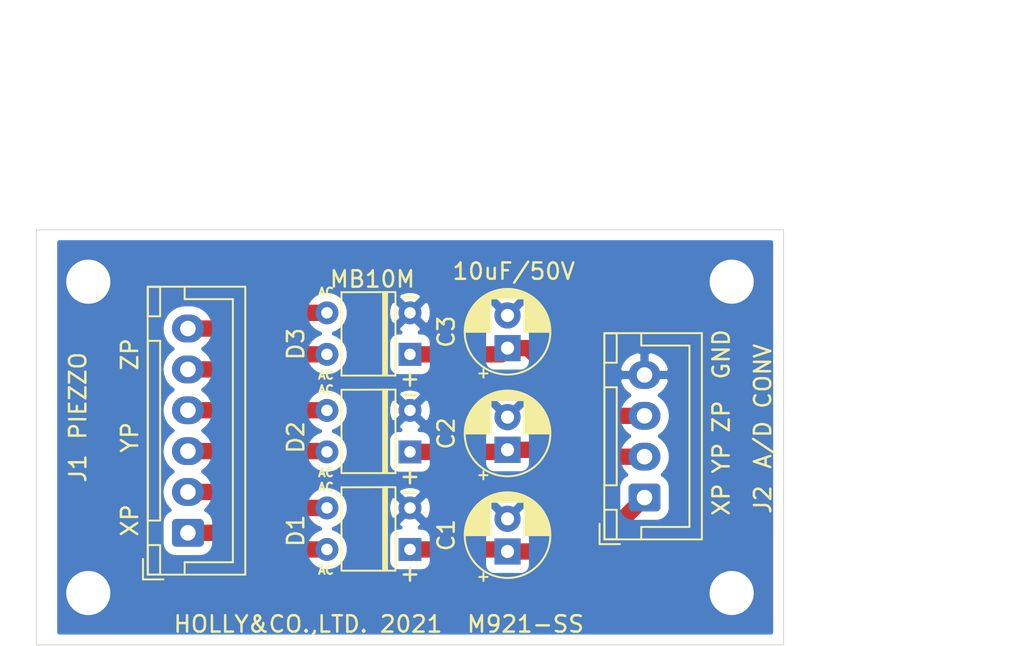
<source format=kicad_pcb>
(kicad_pcb (version 20171130) (host pcbnew 5.1.6-c6e7f7d~87~ubuntu18.04.1)

  (general
    (thickness 1.6)
    (drawings 20)
    (tracks 30)
    (zones 0)
    (modules 12)
    (nets 11)
  )

  (page A4)
  (title_block
    (title "M921-SS SHOCK STOCK CAPACITOR FOR 3-AXIS")
    (date 2021-09-16)
    (rev 1.00)
    (company HOLLY&CO.,LTD.)
    (comment 1 "Masafumi Horimoto")
  )

  (layers
    (0 F.Cu signal)
    (31 B.Cu signal)
    (32 B.Adhes user)
    (33 F.Adhes user)
    (34 B.Paste user)
    (35 F.Paste user)
    (36 B.SilkS user)
    (37 F.SilkS user)
    (38 B.Mask user)
    (39 F.Mask user)
    (40 Dwgs.User user)
    (41 Cmts.User user)
    (42 Eco1.User user)
    (43 Eco2.User user)
    (44 Edge.Cuts user)
    (45 Margin user)
    (46 B.CrtYd user)
    (47 F.CrtYd user)
    (48 B.Fab user)
    (49 F.Fab user)
  )

  (setup
    (last_trace_width 0.25)
    (user_trace_width 1)
    (trace_clearance 0.2)
    (zone_clearance 0.508)
    (zone_45_only no)
    (trace_min 0.2)
    (via_size 0.8)
    (via_drill 0.4)
    (via_min_size 0.4)
    (via_min_drill 0.3)
    (uvia_size 0.3)
    (uvia_drill 0.1)
    (uvias_allowed no)
    (uvia_min_size 0.2)
    (uvia_min_drill 0.1)
    (edge_width 0.05)
    (segment_width 0.2)
    (pcb_text_width 0.3)
    (pcb_text_size 1.5 1.5)
    (mod_edge_width 0.12)
    (mod_text_size 1 1)
    (mod_text_width 0.15)
    (pad_size 1.524 1.524)
    (pad_drill 0.762)
    (pad_to_mask_clearance 0.05)
    (aux_axis_origin 0 0)
    (visible_elements FFFFF77F)
    (pcbplotparams
      (layerselection 0x010fc_ffffffff)
      (usegerberextensions false)
      (usegerberattributes true)
      (usegerberadvancedattributes true)
      (creategerberjobfile true)
      (excludeedgelayer true)
      (linewidth 0.100000)
      (plotframeref false)
      (viasonmask false)
      (mode 1)
      (useauxorigin false)
      (hpglpennumber 1)
      (hpglpenspeed 20)
      (hpglpendiameter 15.000000)
      (psnegative false)
      (psa4output false)
      (plotreference true)
      (plotvalue true)
      (plotinvisibletext false)
      (padsonsilk false)
      (subtractmaskfromsilk false)
      (outputformat 1)
      (mirror false)
      (drillshape 1)
      (scaleselection 1)
      (outputdirectory ""))
  )

  (net 0 "")
  (net 1 GND)
  (net 2 "Net-(C1-Pad1)")
  (net 3 "Net-(C2-Pad1)")
  (net 4 "Net-(C3-Pad1)")
  (net 5 "Net-(D1-Pad4)")
  (net 6 "Net-(D1-Pad3)")
  (net 7 "Net-(D2-Pad4)")
  (net 8 "Net-(D2-Pad3)")
  (net 9 "Net-(D3-Pad4)")
  (net 10 "Net-(D3-Pad3)")

  (net_class Default "This is the default net class."
    (clearance 0.2)
    (trace_width 0.25)
    (via_dia 0.8)
    (via_drill 0.4)
    (uvia_dia 0.3)
    (uvia_drill 0.1)
    (add_net GND)
    (add_net "Net-(C1-Pad1)")
    (add_net "Net-(C2-Pad1)")
    (add_net "Net-(C3-Pad1)")
    (add_net "Net-(D1-Pad3)")
    (add_net "Net-(D1-Pad4)")
    (add_net "Net-(D2-Pad3)")
    (add_net "Net-(D2-Pad4)")
    (add_net "Net-(D3-Pad3)")
    (add_net "Net-(D3-Pad4)")
  )

  (module Mounting_Holes:MountingHole_2.7mm_M2.5 (layer F.Cu) (tedit 56D1B4CB) (tstamp 61434DE2)
    (at 80.01 53.975)
    (descr "Mounting Hole 2.7mm, no annular, M2.5")
    (tags "mounting hole 2.7mm no annular m2.5")
    (attr virtual)
    (fp_text reference REF** (at 0 -3.7) (layer F.SilkS) hide
      (effects (font (size 1 1) (thickness 0.15)))
    )
    (fp_text value MountingHole_2.7mm_M2.5 (at 0 3.7) (layer F.Fab) hide
      (effects (font (size 1 1) (thickness 0.15)))
    )
    (fp_circle (center 0 0) (end 2.7 0) (layer Cmts.User) (width 0.15))
    (fp_circle (center 0 0) (end 2.95 0) (layer F.CrtYd) (width 0.05))
    (fp_text user %R (at 0.3 0) (layer F.Fab)
      (effects (font (size 1 1) (thickness 0.15)))
    )
    (pad 1 np_thru_hole circle (at 0 0) (size 2.7 2.7) (drill 2.7) (layers *.Cu *.Mask))
  )

  (module Mounting_Holes:MountingHole_2.7mm_M2.5 (layer F.Cu) (tedit 56D1B4CB) (tstamp 61434DD2)
    (at 80.01 73.025)
    (descr "Mounting Hole 2.7mm, no annular, M2.5")
    (tags "mounting hole 2.7mm no annular m2.5")
    (attr virtual)
    (fp_text reference REF** (at 0 -3.7) (layer F.SilkS) hide
      (effects (font (size 1 1) (thickness 0.15)))
    )
    (fp_text value MountingHole_2.7mm_M2.5 (at 0 3.7) (layer F.Fab) hide
      (effects (font (size 1 1) (thickness 0.15)))
    )
    (fp_circle (center 0 0) (end 2.95 0) (layer F.CrtYd) (width 0.05))
    (fp_circle (center 0 0) (end 2.7 0) (layer Cmts.User) (width 0.15))
    (fp_text user %R (at 0.3 0) (layer F.Fab)
      (effects (font (size 1 1) (thickness 0.15)))
    )
    (pad 1 np_thru_hole circle (at 0 0) (size 2.7 2.7) (drill 2.7) (layers *.Cu *.Mask))
  )

  (module Mounting_Holes:MountingHole_2.7mm_M2.5 (layer F.Cu) (tedit 56D1B4CB) (tstamp 61434DC4)
    (at 119.38 73.025)
    (descr "Mounting Hole 2.7mm, no annular, M2.5")
    (tags "mounting hole 2.7mm no annular m2.5")
    (attr virtual)
    (fp_text reference REF** (at 0 -3.7) (layer F.SilkS) hide
      (effects (font (size 1 1) (thickness 0.15)))
    )
    (fp_text value MountingHole_2.7mm_M2.5 (at 0 3.7) (layer F.Fab) hide
      (effects (font (size 1 1) (thickness 0.15)))
    )
    (fp_circle (center 0 0) (end 2.7 0) (layer Cmts.User) (width 0.15))
    (fp_circle (center 0 0) (end 2.95 0) (layer F.CrtYd) (width 0.05))
    (fp_text user %R (at 0.3 0) (layer F.Fab)
      (effects (font (size 1 1) (thickness 0.15)))
    )
    (pad 1 np_thru_hole circle (at 0 0) (size 2.7 2.7) (drill 2.7) (layers *.Cu *.Mask))
  )

  (module Mounting_Holes:MountingHole_2.7mm_M2.5 (layer F.Cu) (tedit 56D1B4CB) (tstamp 61434DC2)
    (at 119.38 53.975)
    (descr "Mounting Hole 2.7mm, no annular, M2.5")
    (tags "mounting hole 2.7mm no annular m2.5")
    (attr virtual)
    (fp_text reference REF** (at 0 -3.7) (layer F.SilkS) hide
      (effects (font (size 1 1) (thickness 0.15)))
    )
    (fp_text value MountingHole_2.7mm_M2.5 (at 0 3.7) (layer F.Fab) hide
      (effects (font (size 1 1) (thickness 0.15)))
    )
    (fp_circle (center 0 0) (end 2.95 0) (layer F.CrtYd) (width 0.05))
    (fp_circle (center 0 0) (end 2.7 0) (layer Cmts.User) (width 0.15))
    (fp_text user %R (at 0.3 0) (layer F.Fab)
      (effects (font (size 1 1) (thickness 0.15)))
    )
    (pad 1 np_thru_hole circle (at 0 0) (size 2.7 2.7) (drill 2.7) (layers *.Cu *.Mask))
  )

  (module Connector_JST:JST_XH_B4B-XH-A_1x04_P2.50mm_Vertical (layer F.Cu) (tedit 5C28146C) (tstamp 61433418)
    (at 114.046 67.183 90)
    (descr "JST XH series connector, B4B-XH-A (http://www.jst-mfg.com/product/pdf/eng/eXH.pdf), generated with kicad-footprint-generator")
    (tags "connector JST XH vertical")
    (path /614521C5)
    (fp_text reference J2 (at 3.75 -3.55 90) (layer F.SilkS) hide
      (effects (font (size 1 1) (thickness 0.15)))
    )
    (fp_text value "A/D CONV" (at 5.588 7.239 90) (layer F.SilkS)
      (effects (font (size 1 1) (thickness 0.15)))
    )
    (fp_line (start -2.85 -2.75) (end -2.85 -1.5) (layer F.SilkS) (width 0.12))
    (fp_line (start -1.6 -2.75) (end -2.85 -2.75) (layer F.SilkS) (width 0.12))
    (fp_line (start 9.3 2.75) (end 3.75 2.75) (layer F.SilkS) (width 0.12))
    (fp_line (start 9.3 -0.2) (end 9.3 2.75) (layer F.SilkS) (width 0.12))
    (fp_line (start 10.05 -0.2) (end 9.3 -0.2) (layer F.SilkS) (width 0.12))
    (fp_line (start -1.8 2.75) (end 3.75 2.75) (layer F.SilkS) (width 0.12))
    (fp_line (start -1.8 -0.2) (end -1.8 2.75) (layer F.SilkS) (width 0.12))
    (fp_line (start -2.55 -0.2) (end -1.8 -0.2) (layer F.SilkS) (width 0.12))
    (fp_line (start 10.05 -2.45) (end 8.25 -2.45) (layer F.SilkS) (width 0.12))
    (fp_line (start 10.05 -1.7) (end 10.05 -2.45) (layer F.SilkS) (width 0.12))
    (fp_line (start 8.25 -1.7) (end 10.05 -1.7) (layer F.SilkS) (width 0.12))
    (fp_line (start 8.25 -2.45) (end 8.25 -1.7) (layer F.SilkS) (width 0.12))
    (fp_line (start -0.75 -2.45) (end -2.55 -2.45) (layer F.SilkS) (width 0.12))
    (fp_line (start -0.75 -1.7) (end -0.75 -2.45) (layer F.SilkS) (width 0.12))
    (fp_line (start -2.55 -1.7) (end -0.75 -1.7) (layer F.SilkS) (width 0.12))
    (fp_line (start -2.55 -2.45) (end -2.55 -1.7) (layer F.SilkS) (width 0.12))
    (fp_line (start 6.75 -2.45) (end 0.75 -2.45) (layer F.SilkS) (width 0.12))
    (fp_line (start 6.75 -1.7) (end 6.75 -2.45) (layer F.SilkS) (width 0.12))
    (fp_line (start 0.75 -1.7) (end 6.75 -1.7) (layer F.SilkS) (width 0.12))
    (fp_line (start 0.75 -2.45) (end 0.75 -1.7) (layer F.SilkS) (width 0.12))
    (fp_line (start 0 -1.35) (end 0.625 -2.35) (layer F.Fab) (width 0.1))
    (fp_line (start -0.625 -2.35) (end 0 -1.35) (layer F.Fab) (width 0.1))
    (fp_line (start 10.45 -2.85) (end -2.95 -2.85) (layer F.CrtYd) (width 0.05))
    (fp_line (start 10.45 3.9) (end 10.45 -2.85) (layer F.CrtYd) (width 0.05))
    (fp_line (start -2.95 3.9) (end 10.45 3.9) (layer F.CrtYd) (width 0.05))
    (fp_line (start -2.95 -2.85) (end -2.95 3.9) (layer F.CrtYd) (width 0.05))
    (fp_line (start 10.06 -2.46) (end -2.56 -2.46) (layer F.SilkS) (width 0.12))
    (fp_line (start 10.06 3.51) (end 10.06 -2.46) (layer F.SilkS) (width 0.12))
    (fp_line (start -2.56 3.51) (end 10.06 3.51) (layer F.SilkS) (width 0.12))
    (fp_line (start -2.56 -2.46) (end -2.56 3.51) (layer F.SilkS) (width 0.12))
    (fp_line (start 9.95 -2.35) (end -2.45 -2.35) (layer F.Fab) (width 0.1))
    (fp_line (start 9.95 3.4) (end 9.95 -2.35) (layer F.Fab) (width 0.1))
    (fp_line (start -2.45 3.4) (end 9.95 3.4) (layer F.Fab) (width 0.1))
    (fp_line (start -2.45 -2.35) (end -2.45 3.4) (layer F.Fab) (width 0.1))
    (fp_text user %R (at -0.127 7.239 90) (layer F.SilkS)
      (effects (font (size 1 1) (thickness 0.15)))
    )
    (pad 4 thru_hole oval (at 7.5 0 90) (size 1.7 1.95) (drill 0.95) (layers *.Cu *.Mask)
      (net 1 GND))
    (pad 3 thru_hole oval (at 5 0 90) (size 1.7 1.95) (drill 0.95) (layers *.Cu *.Mask)
      (net 4 "Net-(C3-Pad1)"))
    (pad 2 thru_hole oval (at 2.5 0 90) (size 1.7 1.95) (drill 0.95) (layers *.Cu *.Mask)
      (net 3 "Net-(C2-Pad1)"))
    (pad 1 thru_hole roundrect (at 0 0 90) (size 1.7 1.95) (drill 0.95) (layers *.Cu *.Mask) (roundrect_rratio 0.147059)
      (net 2 "Net-(C1-Pad1)"))
    (model ${KISYS3DMOD}/Connector_JST.3dshapes/JST_XH_B4B-XH-A_1x04_P2.50mm_Vertical.wrl
      (at (xyz 0 0 0))
      (scale (xyz 1 1 1))
      (rotate (xyz 0 0 0))
    )
  )

  (module Connector_JST:JST_XH_B6B-XH-A_1x06_P2.50mm_Vertical (layer F.Cu) (tedit 5C28146C) (tstamp 614333ED)
    (at 86.106 69.342 90)
    (descr "JST XH series connector, B6B-XH-A (http://www.jst-mfg.com/product/pdf/eng/eXH.pdf), generated with kicad-footprint-generator")
    (tags "connector JST XH vertical")
    (path /6142C0EE)
    (fp_text reference J1 (at 3.937 -6.731 90) (layer F.SilkS)
      (effects (font (size 1 1) (thickness 0.15)))
    )
    (fp_text value PIEZZO (at 8.382 -6.731 90) (layer F.SilkS)
      (effects (font (size 1 1) (thickness 0.15)))
    )
    (fp_line (start -2.85 -2.75) (end -2.85 -1.5) (layer F.SilkS) (width 0.12))
    (fp_line (start -1.6 -2.75) (end -2.85 -2.75) (layer F.SilkS) (width 0.12))
    (fp_line (start 14.3 2.75) (end 6.25 2.75) (layer F.SilkS) (width 0.12))
    (fp_line (start 14.3 -0.2) (end 14.3 2.75) (layer F.SilkS) (width 0.12))
    (fp_line (start 15.05 -0.2) (end 14.3 -0.2) (layer F.SilkS) (width 0.12))
    (fp_line (start -1.8 2.75) (end 6.25 2.75) (layer F.SilkS) (width 0.12))
    (fp_line (start -1.8 -0.2) (end -1.8 2.75) (layer F.SilkS) (width 0.12))
    (fp_line (start -2.55 -0.2) (end -1.8 -0.2) (layer F.SilkS) (width 0.12))
    (fp_line (start 15.05 -2.45) (end 13.25 -2.45) (layer F.SilkS) (width 0.12))
    (fp_line (start 15.05 -1.7) (end 15.05 -2.45) (layer F.SilkS) (width 0.12))
    (fp_line (start 13.25 -1.7) (end 15.05 -1.7) (layer F.SilkS) (width 0.12))
    (fp_line (start 13.25 -2.45) (end 13.25 -1.7) (layer F.SilkS) (width 0.12))
    (fp_line (start -0.75 -2.45) (end -2.55 -2.45) (layer F.SilkS) (width 0.12))
    (fp_line (start -0.75 -1.7) (end -0.75 -2.45) (layer F.SilkS) (width 0.12))
    (fp_line (start -2.55 -1.7) (end -0.75 -1.7) (layer F.SilkS) (width 0.12))
    (fp_line (start -2.55 -2.45) (end -2.55 -1.7) (layer F.SilkS) (width 0.12))
    (fp_line (start 11.75 -2.45) (end 0.75 -2.45) (layer F.SilkS) (width 0.12))
    (fp_line (start 11.75 -1.7) (end 11.75 -2.45) (layer F.SilkS) (width 0.12))
    (fp_line (start 0.75 -1.7) (end 11.75 -1.7) (layer F.SilkS) (width 0.12))
    (fp_line (start 0.75 -2.45) (end 0.75 -1.7) (layer F.SilkS) (width 0.12))
    (fp_line (start 0 -1.35) (end 0.625 -2.35) (layer F.Fab) (width 0.1))
    (fp_line (start -0.625 -2.35) (end 0 -1.35) (layer F.Fab) (width 0.1))
    (fp_line (start 15.45 -2.85) (end -2.95 -2.85) (layer F.CrtYd) (width 0.05))
    (fp_line (start 15.45 3.9) (end 15.45 -2.85) (layer F.CrtYd) (width 0.05))
    (fp_line (start -2.95 3.9) (end 15.45 3.9) (layer F.CrtYd) (width 0.05))
    (fp_line (start -2.95 -2.85) (end -2.95 3.9) (layer F.CrtYd) (width 0.05))
    (fp_line (start 15.06 -2.46) (end -2.56 -2.46) (layer F.SilkS) (width 0.12))
    (fp_line (start 15.06 3.51) (end 15.06 -2.46) (layer F.SilkS) (width 0.12))
    (fp_line (start -2.56 3.51) (end 15.06 3.51) (layer F.SilkS) (width 0.12))
    (fp_line (start -2.56 -2.46) (end -2.56 3.51) (layer F.SilkS) (width 0.12))
    (fp_line (start 14.95 -2.35) (end -2.45 -2.35) (layer F.Fab) (width 0.1))
    (fp_line (start 14.95 3.4) (end 14.95 -2.35) (layer F.Fab) (width 0.1))
    (fp_line (start -2.45 3.4) (end 14.95 3.4) (layer F.Fab) (width 0.1))
    (fp_line (start -2.45 -2.35) (end -2.45 3.4) (layer F.Fab) (width 0.1))
    (fp_text user %R (at 6.25 2.7 90) (layer F.Fab)
      (effects (font (size 1 1) (thickness 0.15)))
    )
    (pad 6 thru_hole oval (at 12.5 0 90) (size 1.7 1.95) (drill 0.95) (layers *.Cu *.Mask)
      (net 10 "Net-(D3-Pad3)"))
    (pad 5 thru_hole oval (at 10 0 90) (size 1.7 1.95) (drill 0.95) (layers *.Cu *.Mask)
      (net 9 "Net-(D3-Pad4)"))
    (pad 4 thru_hole oval (at 7.5 0 90) (size 1.7 1.95) (drill 0.95) (layers *.Cu *.Mask)
      (net 8 "Net-(D2-Pad3)"))
    (pad 3 thru_hole oval (at 5 0 90) (size 1.7 1.95) (drill 0.95) (layers *.Cu *.Mask)
      (net 7 "Net-(D2-Pad4)"))
    (pad 2 thru_hole oval (at 2.5 0 90) (size 1.7 1.95) (drill 0.95) (layers *.Cu *.Mask)
      (net 6 "Net-(D1-Pad3)"))
    (pad 1 thru_hole roundrect (at 0 0 90) (size 1.7 1.95) (drill 0.95) (layers *.Cu *.Mask) (roundrect_rratio 0.147059)
      (net 5 "Net-(D1-Pad4)"))
    (model ${KISYS3DMOD}/Connector_JST.3dshapes/JST_XH_B6B-XH-A_1x06_P2.50mm_Vertical.wrl
      (at (xyz 0 0 0))
      (scale (xyz 1 1 1))
      (rotate (xyz 0 0 0))
    )
  )

  (module HOLLY_LIB:MB10M (layer F.Cu) (tedit 6142F493) (tstamp 614333C0)
    (at 99.695 58.42 180)
    (descr "4-lead dip package for diode bridges, row spacing 5.08mm, pin-spacing 2.54mm")
    (tags "DIL DIP PDIP 5.08mm 2.54")
    (path /61435783)
    (fp_text reference D3 (at 6.985 0.635 90) (layer F.SilkS)
      (effects (font (size 1 1) (thickness 0.15)))
    )
    (fp_text value MB10M (at 2.3 4.6) (layer F.SilkS)
      (effects (font (size 1 1) (thickness 0.15)))
    )
    (fp_poly (pts (xy 1.651 3.81) (xy 1.397 3.81) (xy 1.397 -1.27) (xy 1.651 -1.27)) (layer F.SilkS) (width 0.1))
    (fp_line (start 0.5 3.6) (end 0.5 -1.0795) (layer F.Fab) (width 0.12))
    (fp_line (start 4.6 3.6) (end 0.5 3.6) (layer F.Fab) (width 0.12))
    (fp_line (start 4.6 -1.1) (end 4.6 3.6) (layer F.Fab) (width 0.12))
    (fp_line (start 0.508 -1.1) (end 4.6 -1.1) (layer F.Fab) (width 0.12))
    (fp_line (start 4.191 3.81) (end 4.191 -1.29) (layer F.SilkS) (width 0.12))
    (fp_line (start 0.889 3.81) (end 4.191 3.8) (layer F.SilkS) (width 0.12))
    (fp_line (start 0.889 -1.3) (end 0.889 3.8) (layer F.SilkS) (width 0.12))
    (fp_line (start 4.191 -1.3) (end 0.889 -1.3) (layer F.SilkS) (width 0.12))
    (fp_line (start -0.95 -1.35) (end 6.03 -1.35) (layer F.CrtYd) (width 0.05))
    (fp_line (start -0.95 -1.35) (end -0.95 3.85) (layer F.CrtYd) (width 0.05))
    (fp_line (start 6.03 3.85) (end 6.03 -1.35) (layer F.CrtYd) (width 0.05))
    (fp_line (start 6.03 3.85) (end -0.95 3.85) (layer F.CrtYd) (width 0.05))
    (fp_text user AC (at 5.1435 3.81) (layer F.SilkS)
      (effects (font (size 0.5 0.5) (thickness 0.125)))
    )
    (fp_text user AC (at 5.1435 -1.27) (layer F.SilkS)
      (effects (font (size 0.5 0.5) (thickness 0.125)))
    )
    (fp_text user - (at 0 3.556) (layer F.SilkS)
      (effects (font (size 1 1) (thickness 0.15)))
    )
    (fp_text user + (at 0 -1.4605) (layer F.SilkS)
      (effects (font (size 1 1) (thickness 0.15)))
    )
    (fp_text user %R (at 2.6 1.5) (layer F.Fab)
      (effects (font (size 0.9 0.9) (thickness 0.15)))
    )
    (pad 4 thru_hole circle (at 5.08 0 180) (size 1.4 1.4) (drill 0.7) (layers *.Cu *.Mask)
      (net 9 "Net-(D3-Pad4)"))
    (pad 2 thru_hole circle (at 0 2.54 180) (size 1.4 1.4) (drill 0.7) (layers *.Cu *.Mask)
      (net 1 GND))
    (pad 3 thru_hole circle (at 5.08 2.54 180) (size 1.4 1.4) (drill 0.7) (layers *.Cu *.Mask)
      (net 10 "Net-(D3-Pad3)"))
    (pad 1 thru_hole rect (at 0 0 180) (size 1.4 1.4) (drill 0.7) (layers *.Cu *.Mask)
      (net 4 "Net-(C3-Pad1)"))
    (model ${KISYS3DMOD}/Diode_THT.3dshapes/Diode_Bridge_DIP-4_W5.08mm_P2.54mm.wrl
      (at (xyz 0 0 0))
      (scale (xyz 1 1 1))
      (rotate (xyz 0 0 0))
    )
  )

  (module HOLLY_LIB:MB10M (layer F.Cu) (tedit 6142F493) (tstamp 614333A6)
    (at 99.695 64.389 180)
    (descr "4-lead dip package for diode bridges, row spacing 5.08mm, pin-spacing 2.54mm")
    (tags "DIL DIP PDIP 5.08mm 2.54")
    (path /61434A91)
    (fp_text reference D2 (at 6.985 0.889 90) (layer F.SilkS)
      (effects (font (size 1 1) (thickness 0.15)))
    )
    (fp_text value MB10M (at 2.3 4.6) (layer F.Fab)
      (effects (font (size 1 1) (thickness 0.15)))
    )
    (fp_poly (pts (xy 1.651 3.81) (xy 1.397 3.81) (xy 1.397 -1.27) (xy 1.651 -1.27)) (layer F.SilkS) (width 0.1))
    (fp_line (start 0.5 3.6) (end 0.5 -1.0795) (layer F.Fab) (width 0.12))
    (fp_line (start 4.6 3.6) (end 0.5 3.6) (layer F.Fab) (width 0.12))
    (fp_line (start 4.6 -1.1) (end 4.6 3.6) (layer F.Fab) (width 0.12))
    (fp_line (start 0.508 -1.1) (end 4.6 -1.1) (layer F.Fab) (width 0.12))
    (fp_line (start 4.191 3.81) (end 4.191 -1.29) (layer F.SilkS) (width 0.12))
    (fp_line (start 0.889 3.81) (end 4.191 3.8) (layer F.SilkS) (width 0.12))
    (fp_line (start 0.889 -1.3) (end 0.889 3.8) (layer F.SilkS) (width 0.12))
    (fp_line (start 4.191 -1.3) (end 0.889 -1.3) (layer F.SilkS) (width 0.12))
    (fp_line (start -0.95 -1.35) (end 6.03 -1.35) (layer F.CrtYd) (width 0.05))
    (fp_line (start -0.95 -1.35) (end -0.95 3.85) (layer F.CrtYd) (width 0.05))
    (fp_line (start 6.03 3.85) (end 6.03 -1.35) (layer F.CrtYd) (width 0.05))
    (fp_line (start 6.03 3.85) (end -0.95 3.85) (layer F.CrtYd) (width 0.05))
    (fp_text user AC (at 5.1435 3.81) (layer F.SilkS)
      (effects (font (size 0.5 0.5) (thickness 0.125)))
    )
    (fp_text user AC (at 5.1435 -1.27) (layer F.SilkS)
      (effects (font (size 0.5 0.5) (thickness 0.125)))
    )
    (fp_text user - (at 0 3.556) (layer F.SilkS)
      (effects (font (size 1 1) (thickness 0.15)))
    )
    (fp_text user + (at 0 -1.4605) (layer F.SilkS)
      (effects (font (size 1 1) (thickness 0.15)))
    )
    (fp_text user %R (at 2.6 1.5) (layer F.Fab)
      (effects (font (size 0.9 0.9) (thickness 0.15)))
    )
    (pad 4 thru_hole circle (at 5.08 0 180) (size 1.4 1.4) (drill 0.7) (layers *.Cu *.Mask)
      (net 7 "Net-(D2-Pad4)"))
    (pad 2 thru_hole circle (at 0 2.54 180) (size 1.4 1.4) (drill 0.7) (layers *.Cu *.Mask)
      (net 1 GND))
    (pad 3 thru_hole circle (at 5.08 2.54 180) (size 1.4 1.4) (drill 0.7) (layers *.Cu *.Mask)
      (net 8 "Net-(D2-Pad3)"))
    (pad 1 thru_hole rect (at 0 0 180) (size 1.4 1.4) (drill 0.7) (layers *.Cu *.Mask)
      (net 3 "Net-(C2-Pad1)"))
    (model ${KISYS3DMOD}/Diode_THT.3dshapes/Diode_Bridge_DIP-4_W5.08mm_P2.54mm.wrl
      (at (xyz 0 0 0))
      (scale (xyz 1 1 1))
      (rotate (xyz 0 0 0))
    )
  )

  (module HOLLY_LIB:MB10M (layer F.Cu) (tedit 6142F493) (tstamp 6143338C)
    (at 99.695 70.358 180)
    (descr "4-lead dip package for diode bridges, row spacing 5.08mm, pin-spacing 2.54mm")
    (tags "DIL DIP PDIP 5.08mm 2.54")
    (path /614341ED)
    (fp_text reference D1 (at 6.985 1.143 90) (layer F.SilkS)
      (effects (font (size 1 1) (thickness 0.15)))
    )
    (fp_text value MB10M (at 2.3 4.6) (layer F.Fab)
      (effects (font (size 1 1) (thickness 0.15)))
    )
    (fp_poly (pts (xy 1.651 3.81) (xy 1.397 3.81) (xy 1.397 -1.27) (xy 1.651 -1.27)) (layer F.SilkS) (width 0.1))
    (fp_line (start 0.5 3.6) (end 0.5 -1.0795) (layer F.Fab) (width 0.12))
    (fp_line (start 4.6 3.6) (end 0.5 3.6) (layer F.Fab) (width 0.12))
    (fp_line (start 4.6 -1.1) (end 4.6 3.6) (layer F.Fab) (width 0.12))
    (fp_line (start 0.508 -1.1) (end 4.6 -1.1) (layer F.Fab) (width 0.12))
    (fp_line (start 4.191 3.81) (end 4.191 -1.29) (layer F.SilkS) (width 0.12))
    (fp_line (start 0.889 3.81) (end 4.191 3.8) (layer F.SilkS) (width 0.12))
    (fp_line (start 0.889 -1.3) (end 0.889 3.8) (layer F.SilkS) (width 0.12))
    (fp_line (start 4.191 -1.3) (end 0.889 -1.3) (layer F.SilkS) (width 0.12))
    (fp_line (start -0.95 -1.35) (end 6.03 -1.35) (layer F.CrtYd) (width 0.05))
    (fp_line (start -0.95 -1.35) (end -0.95 3.85) (layer F.CrtYd) (width 0.05))
    (fp_line (start 6.03 3.85) (end 6.03 -1.35) (layer F.CrtYd) (width 0.05))
    (fp_line (start 6.03 3.85) (end -0.95 3.85) (layer F.CrtYd) (width 0.05))
    (fp_text user AC (at 5.1435 3.81) (layer F.SilkS)
      (effects (font (size 0.5 0.5) (thickness 0.125)))
    )
    (fp_text user AC (at 5.1435 -1.27) (layer F.SilkS)
      (effects (font (size 0.5 0.5) (thickness 0.125)))
    )
    (fp_text user - (at 0 3.556) (layer F.SilkS)
      (effects (font (size 1 1) (thickness 0.15)))
    )
    (fp_text user + (at 0 -1.4605) (layer F.SilkS)
      (effects (font (size 1 1) (thickness 0.15)))
    )
    (fp_text user %R (at 2.6 1.5) (layer F.Fab)
      (effects (font (size 0.9 0.9) (thickness 0.15)))
    )
    (pad 4 thru_hole circle (at 5.08 0 180) (size 1.4 1.4) (drill 0.7) (layers *.Cu *.Mask)
      (net 5 "Net-(D1-Pad4)"))
    (pad 2 thru_hole circle (at 0 2.54 180) (size 1.4 1.4) (drill 0.7) (layers *.Cu *.Mask)
      (net 1 GND))
    (pad 3 thru_hole circle (at 5.08 2.54 180) (size 1.4 1.4) (drill 0.7) (layers *.Cu *.Mask)
      (net 6 "Net-(D1-Pad3)"))
    (pad 1 thru_hole rect (at 0 0 180) (size 1.4 1.4) (drill 0.7) (layers *.Cu *.Mask)
      (net 2 "Net-(C1-Pad1)"))
    (model ${KISYS3DMOD}/Diode_THT.3dshapes/Diode_Bridge_DIP-4_W5.08mm_P2.54mm.wrl
      (at (xyz 0 0 0))
      (scale (xyz 1 1 1))
      (rotate (xyz 0 0 0))
    )
  )

  (module Capacitor_THT:CP_Radial_D5.0mm_P2.00mm (layer F.Cu) (tedit 5AE50EF0) (tstamp 61433372)
    (at 105.664 58.039 90)
    (descr "CP, Radial series, Radial, pin pitch=2.00mm, , diameter=5mm, Electrolytic Capacitor")
    (tags "CP Radial series Radial pin pitch 2.00mm  diameter 5mm Electrolytic Capacitor")
    (path /6144A096)
    (fp_text reference C3 (at 1 -3.75 90) (layer F.SilkS)
      (effects (font (size 1 1) (thickness 0.15)))
    )
    (fp_text value 10uF/50V (at 4.699 0.381 180) (layer F.SilkS)
      (effects (font (size 1 1) (thickness 0.15)))
    )
    (fp_line (start -1.554775 -1.725) (end -1.554775 -1.225) (layer F.SilkS) (width 0.12))
    (fp_line (start -1.804775 -1.475) (end -1.304775 -1.475) (layer F.SilkS) (width 0.12))
    (fp_line (start 3.601 -0.284) (end 3.601 0.284) (layer F.SilkS) (width 0.12))
    (fp_line (start 3.561 -0.518) (end 3.561 0.518) (layer F.SilkS) (width 0.12))
    (fp_line (start 3.521 -0.677) (end 3.521 0.677) (layer F.SilkS) (width 0.12))
    (fp_line (start 3.481 -0.805) (end 3.481 0.805) (layer F.SilkS) (width 0.12))
    (fp_line (start 3.441 -0.915) (end 3.441 0.915) (layer F.SilkS) (width 0.12))
    (fp_line (start 3.401 -1.011) (end 3.401 1.011) (layer F.SilkS) (width 0.12))
    (fp_line (start 3.361 -1.098) (end 3.361 1.098) (layer F.SilkS) (width 0.12))
    (fp_line (start 3.321 -1.178) (end 3.321 1.178) (layer F.SilkS) (width 0.12))
    (fp_line (start 3.281 -1.251) (end 3.281 1.251) (layer F.SilkS) (width 0.12))
    (fp_line (start 3.241 -1.319) (end 3.241 1.319) (layer F.SilkS) (width 0.12))
    (fp_line (start 3.201 -1.383) (end 3.201 1.383) (layer F.SilkS) (width 0.12))
    (fp_line (start 3.161 -1.443) (end 3.161 1.443) (layer F.SilkS) (width 0.12))
    (fp_line (start 3.121 -1.5) (end 3.121 1.5) (layer F.SilkS) (width 0.12))
    (fp_line (start 3.081 -1.554) (end 3.081 1.554) (layer F.SilkS) (width 0.12))
    (fp_line (start 3.041 -1.605) (end 3.041 1.605) (layer F.SilkS) (width 0.12))
    (fp_line (start 3.001 1.04) (end 3.001 1.653) (layer F.SilkS) (width 0.12))
    (fp_line (start 3.001 -1.653) (end 3.001 -1.04) (layer F.SilkS) (width 0.12))
    (fp_line (start 2.961 1.04) (end 2.961 1.699) (layer F.SilkS) (width 0.12))
    (fp_line (start 2.961 -1.699) (end 2.961 -1.04) (layer F.SilkS) (width 0.12))
    (fp_line (start 2.921 1.04) (end 2.921 1.743) (layer F.SilkS) (width 0.12))
    (fp_line (start 2.921 -1.743) (end 2.921 -1.04) (layer F.SilkS) (width 0.12))
    (fp_line (start 2.881 1.04) (end 2.881 1.785) (layer F.SilkS) (width 0.12))
    (fp_line (start 2.881 -1.785) (end 2.881 -1.04) (layer F.SilkS) (width 0.12))
    (fp_line (start 2.841 1.04) (end 2.841 1.826) (layer F.SilkS) (width 0.12))
    (fp_line (start 2.841 -1.826) (end 2.841 -1.04) (layer F.SilkS) (width 0.12))
    (fp_line (start 2.801 1.04) (end 2.801 1.864) (layer F.SilkS) (width 0.12))
    (fp_line (start 2.801 -1.864) (end 2.801 -1.04) (layer F.SilkS) (width 0.12))
    (fp_line (start 2.761 1.04) (end 2.761 1.901) (layer F.SilkS) (width 0.12))
    (fp_line (start 2.761 -1.901) (end 2.761 -1.04) (layer F.SilkS) (width 0.12))
    (fp_line (start 2.721 1.04) (end 2.721 1.937) (layer F.SilkS) (width 0.12))
    (fp_line (start 2.721 -1.937) (end 2.721 -1.04) (layer F.SilkS) (width 0.12))
    (fp_line (start 2.681 1.04) (end 2.681 1.971) (layer F.SilkS) (width 0.12))
    (fp_line (start 2.681 -1.971) (end 2.681 -1.04) (layer F.SilkS) (width 0.12))
    (fp_line (start 2.641 1.04) (end 2.641 2.004) (layer F.SilkS) (width 0.12))
    (fp_line (start 2.641 -2.004) (end 2.641 -1.04) (layer F.SilkS) (width 0.12))
    (fp_line (start 2.601 1.04) (end 2.601 2.035) (layer F.SilkS) (width 0.12))
    (fp_line (start 2.601 -2.035) (end 2.601 -1.04) (layer F.SilkS) (width 0.12))
    (fp_line (start 2.561 1.04) (end 2.561 2.065) (layer F.SilkS) (width 0.12))
    (fp_line (start 2.561 -2.065) (end 2.561 -1.04) (layer F.SilkS) (width 0.12))
    (fp_line (start 2.521 1.04) (end 2.521 2.095) (layer F.SilkS) (width 0.12))
    (fp_line (start 2.521 -2.095) (end 2.521 -1.04) (layer F.SilkS) (width 0.12))
    (fp_line (start 2.481 1.04) (end 2.481 2.122) (layer F.SilkS) (width 0.12))
    (fp_line (start 2.481 -2.122) (end 2.481 -1.04) (layer F.SilkS) (width 0.12))
    (fp_line (start 2.441 1.04) (end 2.441 2.149) (layer F.SilkS) (width 0.12))
    (fp_line (start 2.441 -2.149) (end 2.441 -1.04) (layer F.SilkS) (width 0.12))
    (fp_line (start 2.401 1.04) (end 2.401 2.175) (layer F.SilkS) (width 0.12))
    (fp_line (start 2.401 -2.175) (end 2.401 -1.04) (layer F.SilkS) (width 0.12))
    (fp_line (start 2.361 1.04) (end 2.361 2.2) (layer F.SilkS) (width 0.12))
    (fp_line (start 2.361 -2.2) (end 2.361 -1.04) (layer F.SilkS) (width 0.12))
    (fp_line (start 2.321 1.04) (end 2.321 2.224) (layer F.SilkS) (width 0.12))
    (fp_line (start 2.321 -2.224) (end 2.321 -1.04) (layer F.SilkS) (width 0.12))
    (fp_line (start 2.281 1.04) (end 2.281 2.247) (layer F.SilkS) (width 0.12))
    (fp_line (start 2.281 -2.247) (end 2.281 -1.04) (layer F.SilkS) (width 0.12))
    (fp_line (start 2.241 1.04) (end 2.241 2.268) (layer F.SilkS) (width 0.12))
    (fp_line (start 2.241 -2.268) (end 2.241 -1.04) (layer F.SilkS) (width 0.12))
    (fp_line (start 2.201 1.04) (end 2.201 2.29) (layer F.SilkS) (width 0.12))
    (fp_line (start 2.201 -2.29) (end 2.201 -1.04) (layer F.SilkS) (width 0.12))
    (fp_line (start 2.161 1.04) (end 2.161 2.31) (layer F.SilkS) (width 0.12))
    (fp_line (start 2.161 -2.31) (end 2.161 -1.04) (layer F.SilkS) (width 0.12))
    (fp_line (start 2.121 1.04) (end 2.121 2.329) (layer F.SilkS) (width 0.12))
    (fp_line (start 2.121 -2.329) (end 2.121 -1.04) (layer F.SilkS) (width 0.12))
    (fp_line (start 2.081 1.04) (end 2.081 2.348) (layer F.SilkS) (width 0.12))
    (fp_line (start 2.081 -2.348) (end 2.081 -1.04) (layer F.SilkS) (width 0.12))
    (fp_line (start 2.041 1.04) (end 2.041 2.365) (layer F.SilkS) (width 0.12))
    (fp_line (start 2.041 -2.365) (end 2.041 -1.04) (layer F.SilkS) (width 0.12))
    (fp_line (start 2.001 1.04) (end 2.001 2.382) (layer F.SilkS) (width 0.12))
    (fp_line (start 2.001 -2.382) (end 2.001 -1.04) (layer F.SilkS) (width 0.12))
    (fp_line (start 1.961 1.04) (end 1.961 2.398) (layer F.SilkS) (width 0.12))
    (fp_line (start 1.961 -2.398) (end 1.961 -1.04) (layer F.SilkS) (width 0.12))
    (fp_line (start 1.921 1.04) (end 1.921 2.414) (layer F.SilkS) (width 0.12))
    (fp_line (start 1.921 -2.414) (end 1.921 -1.04) (layer F.SilkS) (width 0.12))
    (fp_line (start 1.881 1.04) (end 1.881 2.428) (layer F.SilkS) (width 0.12))
    (fp_line (start 1.881 -2.428) (end 1.881 -1.04) (layer F.SilkS) (width 0.12))
    (fp_line (start 1.841 1.04) (end 1.841 2.442) (layer F.SilkS) (width 0.12))
    (fp_line (start 1.841 -2.442) (end 1.841 -1.04) (layer F.SilkS) (width 0.12))
    (fp_line (start 1.801 1.04) (end 1.801 2.455) (layer F.SilkS) (width 0.12))
    (fp_line (start 1.801 -2.455) (end 1.801 -1.04) (layer F.SilkS) (width 0.12))
    (fp_line (start 1.761 1.04) (end 1.761 2.468) (layer F.SilkS) (width 0.12))
    (fp_line (start 1.761 -2.468) (end 1.761 -1.04) (layer F.SilkS) (width 0.12))
    (fp_line (start 1.721 1.04) (end 1.721 2.48) (layer F.SilkS) (width 0.12))
    (fp_line (start 1.721 -2.48) (end 1.721 -1.04) (layer F.SilkS) (width 0.12))
    (fp_line (start 1.68 1.04) (end 1.68 2.491) (layer F.SilkS) (width 0.12))
    (fp_line (start 1.68 -2.491) (end 1.68 -1.04) (layer F.SilkS) (width 0.12))
    (fp_line (start 1.64 1.04) (end 1.64 2.501) (layer F.SilkS) (width 0.12))
    (fp_line (start 1.64 -2.501) (end 1.64 -1.04) (layer F.SilkS) (width 0.12))
    (fp_line (start 1.6 1.04) (end 1.6 2.511) (layer F.SilkS) (width 0.12))
    (fp_line (start 1.6 -2.511) (end 1.6 -1.04) (layer F.SilkS) (width 0.12))
    (fp_line (start 1.56 1.04) (end 1.56 2.52) (layer F.SilkS) (width 0.12))
    (fp_line (start 1.56 -2.52) (end 1.56 -1.04) (layer F.SilkS) (width 0.12))
    (fp_line (start 1.52 1.04) (end 1.52 2.528) (layer F.SilkS) (width 0.12))
    (fp_line (start 1.52 -2.528) (end 1.52 -1.04) (layer F.SilkS) (width 0.12))
    (fp_line (start 1.48 1.04) (end 1.48 2.536) (layer F.SilkS) (width 0.12))
    (fp_line (start 1.48 -2.536) (end 1.48 -1.04) (layer F.SilkS) (width 0.12))
    (fp_line (start 1.44 1.04) (end 1.44 2.543) (layer F.SilkS) (width 0.12))
    (fp_line (start 1.44 -2.543) (end 1.44 -1.04) (layer F.SilkS) (width 0.12))
    (fp_line (start 1.4 1.04) (end 1.4 2.55) (layer F.SilkS) (width 0.12))
    (fp_line (start 1.4 -2.55) (end 1.4 -1.04) (layer F.SilkS) (width 0.12))
    (fp_line (start 1.36 1.04) (end 1.36 2.556) (layer F.SilkS) (width 0.12))
    (fp_line (start 1.36 -2.556) (end 1.36 -1.04) (layer F.SilkS) (width 0.12))
    (fp_line (start 1.32 1.04) (end 1.32 2.561) (layer F.SilkS) (width 0.12))
    (fp_line (start 1.32 -2.561) (end 1.32 -1.04) (layer F.SilkS) (width 0.12))
    (fp_line (start 1.28 1.04) (end 1.28 2.565) (layer F.SilkS) (width 0.12))
    (fp_line (start 1.28 -2.565) (end 1.28 -1.04) (layer F.SilkS) (width 0.12))
    (fp_line (start 1.24 1.04) (end 1.24 2.569) (layer F.SilkS) (width 0.12))
    (fp_line (start 1.24 -2.569) (end 1.24 -1.04) (layer F.SilkS) (width 0.12))
    (fp_line (start 1.2 1.04) (end 1.2 2.573) (layer F.SilkS) (width 0.12))
    (fp_line (start 1.2 -2.573) (end 1.2 -1.04) (layer F.SilkS) (width 0.12))
    (fp_line (start 1.16 1.04) (end 1.16 2.576) (layer F.SilkS) (width 0.12))
    (fp_line (start 1.16 -2.576) (end 1.16 -1.04) (layer F.SilkS) (width 0.12))
    (fp_line (start 1.12 1.04) (end 1.12 2.578) (layer F.SilkS) (width 0.12))
    (fp_line (start 1.12 -2.578) (end 1.12 -1.04) (layer F.SilkS) (width 0.12))
    (fp_line (start 1.08 1.04) (end 1.08 2.579) (layer F.SilkS) (width 0.12))
    (fp_line (start 1.08 -2.579) (end 1.08 -1.04) (layer F.SilkS) (width 0.12))
    (fp_line (start 1.04 -2.58) (end 1.04 -1.04) (layer F.SilkS) (width 0.12))
    (fp_line (start 1.04 1.04) (end 1.04 2.58) (layer F.SilkS) (width 0.12))
    (fp_line (start 1 -2.58) (end 1 -1.04) (layer F.SilkS) (width 0.12))
    (fp_line (start 1 1.04) (end 1 2.58) (layer F.SilkS) (width 0.12))
    (fp_line (start -0.883605 -1.3375) (end -0.883605 -0.8375) (layer F.Fab) (width 0.1))
    (fp_line (start -1.133605 -1.0875) (end -0.633605 -1.0875) (layer F.Fab) (width 0.1))
    (fp_circle (center 1 0) (end 3.75 0) (layer F.CrtYd) (width 0.05))
    (fp_circle (center 1 0) (end 3.62 0) (layer F.SilkS) (width 0.12))
    (fp_circle (center 1 0) (end 3.5 0) (layer F.Fab) (width 0.1))
    (fp_text user %R (at 1 0 90) (layer F.Fab)
      (effects (font (size 1 1) (thickness 0.15)))
    )
    (pad 2 thru_hole circle (at 2 0 90) (size 1.6 1.6) (drill 0.8) (layers *.Cu *.Mask)
      (net 1 GND))
    (pad 1 thru_hole rect (at 0 0 90) (size 1.6 1.6) (drill 0.8) (layers *.Cu *.Mask)
      (net 4 "Net-(C3-Pad1)"))
    (model ${KISYS3DMOD}/Capacitor_THT.3dshapes/CP_Radial_D5.0mm_P2.00mm.wrl
      (at (xyz 0 0 0))
      (scale (xyz 1 1 1))
      (rotate (xyz 0 0 0))
    )
  )

  (module Capacitor_THT:CP_Radial_D5.0mm_P2.00mm (layer F.Cu) (tedit 5AE50EF0) (tstamp 614332EF)
    (at 105.664 64.262 90)
    (descr "CP, Radial series, Radial, pin pitch=2.00mm, , diameter=5mm, Electrolytic Capacitor")
    (tags "CP Radial series Radial pin pitch 2.00mm  diameter 5mm Electrolytic Capacitor")
    (path /61449870)
    (fp_text reference C2 (at 1 -3.75 90) (layer F.SilkS)
      (effects (font (size 1 1) (thickness 0.15)))
    )
    (fp_text value 10uF/50V (at 1 3.75 90) (layer F.Fab)
      (effects (font (size 1 1) (thickness 0.15)))
    )
    (fp_line (start -1.554775 -1.725) (end -1.554775 -1.225) (layer F.SilkS) (width 0.12))
    (fp_line (start -1.804775 -1.475) (end -1.304775 -1.475) (layer F.SilkS) (width 0.12))
    (fp_line (start 3.601 -0.284) (end 3.601 0.284) (layer F.SilkS) (width 0.12))
    (fp_line (start 3.561 -0.518) (end 3.561 0.518) (layer F.SilkS) (width 0.12))
    (fp_line (start 3.521 -0.677) (end 3.521 0.677) (layer F.SilkS) (width 0.12))
    (fp_line (start 3.481 -0.805) (end 3.481 0.805) (layer F.SilkS) (width 0.12))
    (fp_line (start 3.441 -0.915) (end 3.441 0.915) (layer F.SilkS) (width 0.12))
    (fp_line (start 3.401 -1.011) (end 3.401 1.011) (layer F.SilkS) (width 0.12))
    (fp_line (start 3.361 -1.098) (end 3.361 1.098) (layer F.SilkS) (width 0.12))
    (fp_line (start 3.321 -1.178) (end 3.321 1.178) (layer F.SilkS) (width 0.12))
    (fp_line (start 3.281 -1.251) (end 3.281 1.251) (layer F.SilkS) (width 0.12))
    (fp_line (start 3.241 -1.319) (end 3.241 1.319) (layer F.SilkS) (width 0.12))
    (fp_line (start 3.201 -1.383) (end 3.201 1.383) (layer F.SilkS) (width 0.12))
    (fp_line (start 3.161 -1.443) (end 3.161 1.443) (layer F.SilkS) (width 0.12))
    (fp_line (start 3.121 -1.5) (end 3.121 1.5) (layer F.SilkS) (width 0.12))
    (fp_line (start 3.081 -1.554) (end 3.081 1.554) (layer F.SilkS) (width 0.12))
    (fp_line (start 3.041 -1.605) (end 3.041 1.605) (layer F.SilkS) (width 0.12))
    (fp_line (start 3.001 1.04) (end 3.001 1.653) (layer F.SilkS) (width 0.12))
    (fp_line (start 3.001 -1.653) (end 3.001 -1.04) (layer F.SilkS) (width 0.12))
    (fp_line (start 2.961 1.04) (end 2.961 1.699) (layer F.SilkS) (width 0.12))
    (fp_line (start 2.961 -1.699) (end 2.961 -1.04) (layer F.SilkS) (width 0.12))
    (fp_line (start 2.921 1.04) (end 2.921 1.743) (layer F.SilkS) (width 0.12))
    (fp_line (start 2.921 -1.743) (end 2.921 -1.04) (layer F.SilkS) (width 0.12))
    (fp_line (start 2.881 1.04) (end 2.881 1.785) (layer F.SilkS) (width 0.12))
    (fp_line (start 2.881 -1.785) (end 2.881 -1.04) (layer F.SilkS) (width 0.12))
    (fp_line (start 2.841 1.04) (end 2.841 1.826) (layer F.SilkS) (width 0.12))
    (fp_line (start 2.841 -1.826) (end 2.841 -1.04) (layer F.SilkS) (width 0.12))
    (fp_line (start 2.801 1.04) (end 2.801 1.864) (layer F.SilkS) (width 0.12))
    (fp_line (start 2.801 -1.864) (end 2.801 -1.04) (layer F.SilkS) (width 0.12))
    (fp_line (start 2.761 1.04) (end 2.761 1.901) (layer F.SilkS) (width 0.12))
    (fp_line (start 2.761 -1.901) (end 2.761 -1.04) (layer F.SilkS) (width 0.12))
    (fp_line (start 2.721 1.04) (end 2.721 1.937) (layer F.SilkS) (width 0.12))
    (fp_line (start 2.721 -1.937) (end 2.721 -1.04) (layer F.SilkS) (width 0.12))
    (fp_line (start 2.681 1.04) (end 2.681 1.971) (layer F.SilkS) (width 0.12))
    (fp_line (start 2.681 -1.971) (end 2.681 -1.04) (layer F.SilkS) (width 0.12))
    (fp_line (start 2.641 1.04) (end 2.641 2.004) (layer F.SilkS) (width 0.12))
    (fp_line (start 2.641 -2.004) (end 2.641 -1.04) (layer F.SilkS) (width 0.12))
    (fp_line (start 2.601 1.04) (end 2.601 2.035) (layer F.SilkS) (width 0.12))
    (fp_line (start 2.601 -2.035) (end 2.601 -1.04) (layer F.SilkS) (width 0.12))
    (fp_line (start 2.561 1.04) (end 2.561 2.065) (layer F.SilkS) (width 0.12))
    (fp_line (start 2.561 -2.065) (end 2.561 -1.04) (layer F.SilkS) (width 0.12))
    (fp_line (start 2.521 1.04) (end 2.521 2.095) (layer F.SilkS) (width 0.12))
    (fp_line (start 2.521 -2.095) (end 2.521 -1.04) (layer F.SilkS) (width 0.12))
    (fp_line (start 2.481 1.04) (end 2.481 2.122) (layer F.SilkS) (width 0.12))
    (fp_line (start 2.481 -2.122) (end 2.481 -1.04) (layer F.SilkS) (width 0.12))
    (fp_line (start 2.441 1.04) (end 2.441 2.149) (layer F.SilkS) (width 0.12))
    (fp_line (start 2.441 -2.149) (end 2.441 -1.04) (layer F.SilkS) (width 0.12))
    (fp_line (start 2.401 1.04) (end 2.401 2.175) (layer F.SilkS) (width 0.12))
    (fp_line (start 2.401 -2.175) (end 2.401 -1.04) (layer F.SilkS) (width 0.12))
    (fp_line (start 2.361 1.04) (end 2.361 2.2) (layer F.SilkS) (width 0.12))
    (fp_line (start 2.361 -2.2) (end 2.361 -1.04) (layer F.SilkS) (width 0.12))
    (fp_line (start 2.321 1.04) (end 2.321 2.224) (layer F.SilkS) (width 0.12))
    (fp_line (start 2.321 -2.224) (end 2.321 -1.04) (layer F.SilkS) (width 0.12))
    (fp_line (start 2.281 1.04) (end 2.281 2.247) (layer F.SilkS) (width 0.12))
    (fp_line (start 2.281 -2.247) (end 2.281 -1.04) (layer F.SilkS) (width 0.12))
    (fp_line (start 2.241 1.04) (end 2.241 2.268) (layer F.SilkS) (width 0.12))
    (fp_line (start 2.241 -2.268) (end 2.241 -1.04) (layer F.SilkS) (width 0.12))
    (fp_line (start 2.201 1.04) (end 2.201 2.29) (layer F.SilkS) (width 0.12))
    (fp_line (start 2.201 -2.29) (end 2.201 -1.04) (layer F.SilkS) (width 0.12))
    (fp_line (start 2.161 1.04) (end 2.161 2.31) (layer F.SilkS) (width 0.12))
    (fp_line (start 2.161 -2.31) (end 2.161 -1.04) (layer F.SilkS) (width 0.12))
    (fp_line (start 2.121 1.04) (end 2.121 2.329) (layer F.SilkS) (width 0.12))
    (fp_line (start 2.121 -2.329) (end 2.121 -1.04) (layer F.SilkS) (width 0.12))
    (fp_line (start 2.081 1.04) (end 2.081 2.348) (layer F.SilkS) (width 0.12))
    (fp_line (start 2.081 -2.348) (end 2.081 -1.04) (layer F.SilkS) (width 0.12))
    (fp_line (start 2.041 1.04) (end 2.041 2.365) (layer F.SilkS) (width 0.12))
    (fp_line (start 2.041 -2.365) (end 2.041 -1.04) (layer F.SilkS) (width 0.12))
    (fp_line (start 2.001 1.04) (end 2.001 2.382) (layer F.SilkS) (width 0.12))
    (fp_line (start 2.001 -2.382) (end 2.001 -1.04) (layer F.SilkS) (width 0.12))
    (fp_line (start 1.961 1.04) (end 1.961 2.398) (layer F.SilkS) (width 0.12))
    (fp_line (start 1.961 -2.398) (end 1.961 -1.04) (layer F.SilkS) (width 0.12))
    (fp_line (start 1.921 1.04) (end 1.921 2.414) (layer F.SilkS) (width 0.12))
    (fp_line (start 1.921 -2.414) (end 1.921 -1.04) (layer F.SilkS) (width 0.12))
    (fp_line (start 1.881 1.04) (end 1.881 2.428) (layer F.SilkS) (width 0.12))
    (fp_line (start 1.881 -2.428) (end 1.881 -1.04) (layer F.SilkS) (width 0.12))
    (fp_line (start 1.841 1.04) (end 1.841 2.442) (layer F.SilkS) (width 0.12))
    (fp_line (start 1.841 -2.442) (end 1.841 -1.04) (layer F.SilkS) (width 0.12))
    (fp_line (start 1.801 1.04) (end 1.801 2.455) (layer F.SilkS) (width 0.12))
    (fp_line (start 1.801 -2.455) (end 1.801 -1.04) (layer F.SilkS) (width 0.12))
    (fp_line (start 1.761 1.04) (end 1.761 2.468) (layer F.SilkS) (width 0.12))
    (fp_line (start 1.761 -2.468) (end 1.761 -1.04) (layer F.SilkS) (width 0.12))
    (fp_line (start 1.721 1.04) (end 1.721 2.48) (layer F.SilkS) (width 0.12))
    (fp_line (start 1.721 -2.48) (end 1.721 -1.04) (layer F.SilkS) (width 0.12))
    (fp_line (start 1.68 1.04) (end 1.68 2.491) (layer F.SilkS) (width 0.12))
    (fp_line (start 1.68 -2.491) (end 1.68 -1.04) (layer F.SilkS) (width 0.12))
    (fp_line (start 1.64 1.04) (end 1.64 2.501) (layer F.SilkS) (width 0.12))
    (fp_line (start 1.64 -2.501) (end 1.64 -1.04) (layer F.SilkS) (width 0.12))
    (fp_line (start 1.6 1.04) (end 1.6 2.511) (layer F.SilkS) (width 0.12))
    (fp_line (start 1.6 -2.511) (end 1.6 -1.04) (layer F.SilkS) (width 0.12))
    (fp_line (start 1.56 1.04) (end 1.56 2.52) (layer F.SilkS) (width 0.12))
    (fp_line (start 1.56 -2.52) (end 1.56 -1.04) (layer F.SilkS) (width 0.12))
    (fp_line (start 1.52 1.04) (end 1.52 2.528) (layer F.SilkS) (width 0.12))
    (fp_line (start 1.52 -2.528) (end 1.52 -1.04) (layer F.SilkS) (width 0.12))
    (fp_line (start 1.48 1.04) (end 1.48 2.536) (layer F.SilkS) (width 0.12))
    (fp_line (start 1.48 -2.536) (end 1.48 -1.04) (layer F.SilkS) (width 0.12))
    (fp_line (start 1.44 1.04) (end 1.44 2.543) (layer F.SilkS) (width 0.12))
    (fp_line (start 1.44 -2.543) (end 1.44 -1.04) (layer F.SilkS) (width 0.12))
    (fp_line (start 1.4 1.04) (end 1.4 2.55) (layer F.SilkS) (width 0.12))
    (fp_line (start 1.4 -2.55) (end 1.4 -1.04) (layer F.SilkS) (width 0.12))
    (fp_line (start 1.36 1.04) (end 1.36 2.556) (layer F.SilkS) (width 0.12))
    (fp_line (start 1.36 -2.556) (end 1.36 -1.04) (layer F.SilkS) (width 0.12))
    (fp_line (start 1.32 1.04) (end 1.32 2.561) (layer F.SilkS) (width 0.12))
    (fp_line (start 1.32 -2.561) (end 1.32 -1.04) (layer F.SilkS) (width 0.12))
    (fp_line (start 1.28 1.04) (end 1.28 2.565) (layer F.SilkS) (width 0.12))
    (fp_line (start 1.28 -2.565) (end 1.28 -1.04) (layer F.SilkS) (width 0.12))
    (fp_line (start 1.24 1.04) (end 1.24 2.569) (layer F.SilkS) (width 0.12))
    (fp_line (start 1.24 -2.569) (end 1.24 -1.04) (layer F.SilkS) (width 0.12))
    (fp_line (start 1.2 1.04) (end 1.2 2.573) (layer F.SilkS) (width 0.12))
    (fp_line (start 1.2 -2.573) (end 1.2 -1.04) (layer F.SilkS) (width 0.12))
    (fp_line (start 1.16 1.04) (end 1.16 2.576) (layer F.SilkS) (width 0.12))
    (fp_line (start 1.16 -2.576) (end 1.16 -1.04) (layer F.SilkS) (width 0.12))
    (fp_line (start 1.12 1.04) (end 1.12 2.578) (layer F.SilkS) (width 0.12))
    (fp_line (start 1.12 -2.578) (end 1.12 -1.04) (layer F.SilkS) (width 0.12))
    (fp_line (start 1.08 1.04) (end 1.08 2.579) (layer F.SilkS) (width 0.12))
    (fp_line (start 1.08 -2.579) (end 1.08 -1.04) (layer F.SilkS) (width 0.12))
    (fp_line (start 1.04 -2.58) (end 1.04 -1.04) (layer F.SilkS) (width 0.12))
    (fp_line (start 1.04 1.04) (end 1.04 2.58) (layer F.SilkS) (width 0.12))
    (fp_line (start 1 -2.58) (end 1 -1.04) (layer F.SilkS) (width 0.12))
    (fp_line (start 1 1.04) (end 1 2.58) (layer F.SilkS) (width 0.12))
    (fp_line (start -0.883605 -1.3375) (end -0.883605 -0.8375) (layer F.Fab) (width 0.1))
    (fp_line (start -1.133605 -1.0875) (end -0.633605 -1.0875) (layer F.Fab) (width 0.1))
    (fp_circle (center 1 0) (end 3.75 0) (layer F.CrtYd) (width 0.05))
    (fp_circle (center 1 0) (end 3.62 0) (layer F.SilkS) (width 0.12))
    (fp_circle (center 1 0) (end 3.5 0) (layer F.Fab) (width 0.1))
    (fp_text user %R (at 1 0 90) (layer F.Fab)
      (effects (font (size 1 1) (thickness 0.15)))
    )
    (pad 2 thru_hole circle (at 2 0 90) (size 1.6 1.6) (drill 0.8) (layers *.Cu *.Mask)
      (net 1 GND))
    (pad 1 thru_hole rect (at 0 0 90) (size 1.6 1.6) (drill 0.8) (layers *.Cu *.Mask)
      (net 3 "Net-(C2-Pad1)"))
    (model ${KISYS3DMOD}/Capacitor_THT.3dshapes/CP_Radial_D5.0mm_P2.00mm.wrl
      (at (xyz 0 0 0))
      (scale (xyz 1 1 1))
      (rotate (xyz 0 0 0))
    )
  )

  (module Capacitor_THT:CP_Radial_D5.0mm_P2.00mm (layer F.Cu) (tedit 5AE50EF0) (tstamp 6143326C)
    (at 105.664 70.485 90)
    (descr "CP, Radial series, Radial, pin pitch=2.00mm, , diameter=5mm, Electrolytic Capacitor")
    (tags "CP Radial series Radial pin pitch 2.00mm  diameter 5mm Electrolytic Capacitor")
    (path /61446F1D)
    (fp_text reference C1 (at 1 -3.75 90) (layer F.SilkS)
      (effects (font (size 1 1) (thickness 0.15)))
    )
    (fp_text value 10uF/50V (at 1 3.75 90) (layer F.Fab)
      (effects (font (size 1 1) (thickness 0.15)))
    )
    (fp_line (start -1.554775 -1.725) (end -1.554775 -1.225) (layer F.SilkS) (width 0.12))
    (fp_line (start -1.804775 -1.475) (end -1.304775 -1.475) (layer F.SilkS) (width 0.12))
    (fp_line (start 3.601 -0.284) (end 3.601 0.284) (layer F.SilkS) (width 0.12))
    (fp_line (start 3.561 -0.518) (end 3.561 0.518) (layer F.SilkS) (width 0.12))
    (fp_line (start 3.521 -0.677) (end 3.521 0.677) (layer F.SilkS) (width 0.12))
    (fp_line (start 3.481 -0.805) (end 3.481 0.805) (layer F.SilkS) (width 0.12))
    (fp_line (start 3.441 -0.915) (end 3.441 0.915) (layer F.SilkS) (width 0.12))
    (fp_line (start 3.401 -1.011) (end 3.401 1.011) (layer F.SilkS) (width 0.12))
    (fp_line (start 3.361 -1.098) (end 3.361 1.098) (layer F.SilkS) (width 0.12))
    (fp_line (start 3.321 -1.178) (end 3.321 1.178) (layer F.SilkS) (width 0.12))
    (fp_line (start 3.281 -1.251) (end 3.281 1.251) (layer F.SilkS) (width 0.12))
    (fp_line (start 3.241 -1.319) (end 3.241 1.319) (layer F.SilkS) (width 0.12))
    (fp_line (start 3.201 -1.383) (end 3.201 1.383) (layer F.SilkS) (width 0.12))
    (fp_line (start 3.161 -1.443) (end 3.161 1.443) (layer F.SilkS) (width 0.12))
    (fp_line (start 3.121 -1.5) (end 3.121 1.5) (layer F.SilkS) (width 0.12))
    (fp_line (start 3.081 -1.554) (end 3.081 1.554) (layer F.SilkS) (width 0.12))
    (fp_line (start 3.041 -1.605) (end 3.041 1.605) (layer F.SilkS) (width 0.12))
    (fp_line (start 3.001 1.04) (end 3.001 1.653) (layer F.SilkS) (width 0.12))
    (fp_line (start 3.001 -1.653) (end 3.001 -1.04) (layer F.SilkS) (width 0.12))
    (fp_line (start 2.961 1.04) (end 2.961 1.699) (layer F.SilkS) (width 0.12))
    (fp_line (start 2.961 -1.699) (end 2.961 -1.04) (layer F.SilkS) (width 0.12))
    (fp_line (start 2.921 1.04) (end 2.921 1.743) (layer F.SilkS) (width 0.12))
    (fp_line (start 2.921 -1.743) (end 2.921 -1.04) (layer F.SilkS) (width 0.12))
    (fp_line (start 2.881 1.04) (end 2.881 1.785) (layer F.SilkS) (width 0.12))
    (fp_line (start 2.881 -1.785) (end 2.881 -1.04) (layer F.SilkS) (width 0.12))
    (fp_line (start 2.841 1.04) (end 2.841 1.826) (layer F.SilkS) (width 0.12))
    (fp_line (start 2.841 -1.826) (end 2.841 -1.04) (layer F.SilkS) (width 0.12))
    (fp_line (start 2.801 1.04) (end 2.801 1.864) (layer F.SilkS) (width 0.12))
    (fp_line (start 2.801 -1.864) (end 2.801 -1.04) (layer F.SilkS) (width 0.12))
    (fp_line (start 2.761 1.04) (end 2.761 1.901) (layer F.SilkS) (width 0.12))
    (fp_line (start 2.761 -1.901) (end 2.761 -1.04) (layer F.SilkS) (width 0.12))
    (fp_line (start 2.721 1.04) (end 2.721 1.937) (layer F.SilkS) (width 0.12))
    (fp_line (start 2.721 -1.937) (end 2.721 -1.04) (layer F.SilkS) (width 0.12))
    (fp_line (start 2.681 1.04) (end 2.681 1.971) (layer F.SilkS) (width 0.12))
    (fp_line (start 2.681 -1.971) (end 2.681 -1.04) (layer F.SilkS) (width 0.12))
    (fp_line (start 2.641 1.04) (end 2.641 2.004) (layer F.SilkS) (width 0.12))
    (fp_line (start 2.641 -2.004) (end 2.641 -1.04) (layer F.SilkS) (width 0.12))
    (fp_line (start 2.601 1.04) (end 2.601 2.035) (layer F.SilkS) (width 0.12))
    (fp_line (start 2.601 -2.035) (end 2.601 -1.04) (layer F.SilkS) (width 0.12))
    (fp_line (start 2.561 1.04) (end 2.561 2.065) (layer F.SilkS) (width 0.12))
    (fp_line (start 2.561 -2.065) (end 2.561 -1.04) (layer F.SilkS) (width 0.12))
    (fp_line (start 2.521 1.04) (end 2.521 2.095) (layer F.SilkS) (width 0.12))
    (fp_line (start 2.521 -2.095) (end 2.521 -1.04) (layer F.SilkS) (width 0.12))
    (fp_line (start 2.481 1.04) (end 2.481 2.122) (layer F.SilkS) (width 0.12))
    (fp_line (start 2.481 -2.122) (end 2.481 -1.04) (layer F.SilkS) (width 0.12))
    (fp_line (start 2.441 1.04) (end 2.441 2.149) (layer F.SilkS) (width 0.12))
    (fp_line (start 2.441 -2.149) (end 2.441 -1.04) (layer F.SilkS) (width 0.12))
    (fp_line (start 2.401 1.04) (end 2.401 2.175) (layer F.SilkS) (width 0.12))
    (fp_line (start 2.401 -2.175) (end 2.401 -1.04) (layer F.SilkS) (width 0.12))
    (fp_line (start 2.361 1.04) (end 2.361 2.2) (layer F.SilkS) (width 0.12))
    (fp_line (start 2.361 -2.2) (end 2.361 -1.04) (layer F.SilkS) (width 0.12))
    (fp_line (start 2.321 1.04) (end 2.321 2.224) (layer F.SilkS) (width 0.12))
    (fp_line (start 2.321 -2.224) (end 2.321 -1.04) (layer F.SilkS) (width 0.12))
    (fp_line (start 2.281 1.04) (end 2.281 2.247) (layer F.SilkS) (width 0.12))
    (fp_line (start 2.281 -2.247) (end 2.281 -1.04) (layer F.SilkS) (width 0.12))
    (fp_line (start 2.241 1.04) (end 2.241 2.268) (layer F.SilkS) (width 0.12))
    (fp_line (start 2.241 -2.268) (end 2.241 -1.04) (layer F.SilkS) (width 0.12))
    (fp_line (start 2.201 1.04) (end 2.201 2.29) (layer F.SilkS) (width 0.12))
    (fp_line (start 2.201 -2.29) (end 2.201 -1.04) (layer F.SilkS) (width 0.12))
    (fp_line (start 2.161 1.04) (end 2.161 2.31) (layer F.SilkS) (width 0.12))
    (fp_line (start 2.161 -2.31) (end 2.161 -1.04) (layer F.SilkS) (width 0.12))
    (fp_line (start 2.121 1.04) (end 2.121 2.329) (layer F.SilkS) (width 0.12))
    (fp_line (start 2.121 -2.329) (end 2.121 -1.04) (layer F.SilkS) (width 0.12))
    (fp_line (start 2.081 1.04) (end 2.081 2.348) (layer F.SilkS) (width 0.12))
    (fp_line (start 2.081 -2.348) (end 2.081 -1.04) (layer F.SilkS) (width 0.12))
    (fp_line (start 2.041 1.04) (end 2.041 2.365) (layer F.SilkS) (width 0.12))
    (fp_line (start 2.041 -2.365) (end 2.041 -1.04) (layer F.SilkS) (width 0.12))
    (fp_line (start 2.001 1.04) (end 2.001 2.382) (layer F.SilkS) (width 0.12))
    (fp_line (start 2.001 -2.382) (end 2.001 -1.04) (layer F.SilkS) (width 0.12))
    (fp_line (start 1.961 1.04) (end 1.961 2.398) (layer F.SilkS) (width 0.12))
    (fp_line (start 1.961 -2.398) (end 1.961 -1.04) (layer F.SilkS) (width 0.12))
    (fp_line (start 1.921 1.04) (end 1.921 2.414) (layer F.SilkS) (width 0.12))
    (fp_line (start 1.921 -2.414) (end 1.921 -1.04) (layer F.SilkS) (width 0.12))
    (fp_line (start 1.881 1.04) (end 1.881 2.428) (layer F.SilkS) (width 0.12))
    (fp_line (start 1.881 -2.428) (end 1.881 -1.04) (layer F.SilkS) (width 0.12))
    (fp_line (start 1.841 1.04) (end 1.841 2.442) (layer F.SilkS) (width 0.12))
    (fp_line (start 1.841 -2.442) (end 1.841 -1.04) (layer F.SilkS) (width 0.12))
    (fp_line (start 1.801 1.04) (end 1.801 2.455) (layer F.SilkS) (width 0.12))
    (fp_line (start 1.801 -2.455) (end 1.801 -1.04) (layer F.SilkS) (width 0.12))
    (fp_line (start 1.761 1.04) (end 1.761 2.468) (layer F.SilkS) (width 0.12))
    (fp_line (start 1.761 -2.468) (end 1.761 -1.04) (layer F.SilkS) (width 0.12))
    (fp_line (start 1.721 1.04) (end 1.721 2.48) (layer F.SilkS) (width 0.12))
    (fp_line (start 1.721 -2.48) (end 1.721 -1.04) (layer F.SilkS) (width 0.12))
    (fp_line (start 1.68 1.04) (end 1.68 2.491) (layer F.SilkS) (width 0.12))
    (fp_line (start 1.68 -2.491) (end 1.68 -1.04) (layer F.SilkS) (width 0.12))
    (fp_line (start 1.64 1.04) (end 1.64 2.501) (layer F.SilkS) (width 0.12))
    (fp_line (start 1.64 -2.501) (end 1.64 -1.04) (layer F.SilkS) (width 0.12))
    (fp_line (start 1.6 1.04) (end 1.6 2.511) (layer F.SilkS) (width 0.12))
    (fp_line (start 1.6 -2.511) (end 1.6 -1.04) (layer F.SilkS) (width 0.12))
    (fp_line (start 1.56 1.04) (end 1.56 2.52) (layer F.SilkS) (width 0.12))
    (fp_line (start 1.56 -2.52) (end 1.56 -1.04) (layer F.SilkS) (width 0.12))
    (fp_line (start 1.52 1.04) (end 1.52 2.528) (layer F.SilkS) (width 0.12))
    (fp_line (start 1.52 -2.528) (end 1.52 -1.04) (layer F.SilkS) (width 0.12))
    (fp_line (start 1.48 1.04) (end 1.48 2.536) (layer F.SilkS) (width 0.12))
    (fp_line (start 1.48 -2.536) (end 1.48 -1.04) (layer F.SilkS) (width 0.12))
    (fp_line (start 1.44 1.04) (end 1.44 2.543) (layer F.SilkS) (width 0.12))
    (fp_line (start 1.44 -2.543) (end 1.44 -1.04) (layer F.SilkS) (width 0.12))
    (fp_line (start 1.4 1.04) (end 1.4 2.55) (layer F.SilkS) (width 0.12))
    (fp_line (start 1.4 -2.55) (end 1.4 -1.04) (layer F.SilkS) (width 0.12))
    (fp_line (start 1.36 1.04) (end 1.36 2.556) (layer F.SilkS) (width 0.12))
    (fp_line (start 1.36 -2.556) (end 1.36 -1.04) (layer F.SilkS) (width 0.12))
    (fp_line (start 1.32 1.04) (end 1.32 2.561) (layer F.SilkS) (width 0.12))
    (fp_line (start 1.32 -2.561) (end 1.32 -1.04) (layer F.SilkS) (width 0.12))
    (fp_line (start 1.28 1.04) (end 1.28 2.565) (layer F.SilkS) (width 0.12))
    (fp_line (start 1.28 -2.565) (end 1.28 -1.04) (layer F.SilkS) (width 0.12))
    (fp_line (start 1.24 1.04) (end 1.24 2.569) (layer F.SilkS) (width 0.12))
    (fp_line (start 1.24 -2.569) (end 1.24 -1.04) (layer F.SilkS) (width 0.12))
    (fp_line (start 1.2 1.04) (end 1.2 2.573) (layer F.SilkS) (width 0.12))
    (fp_line (start 1.2 -2.573) (end 1.2 -1.04) (layer F.SilkS) (width 0.12))
    (fp_line (start 1.16 1.04) (end 1.16 2.576) (layer F.SilkS) (width 0.12))
    (fp_line (start 1.16 -2.576) (end 1.16 -1.04) (layer F.SilkS) (width 0.12))
    (fp_line (start 1.12 1.04) (end 1.12 2.578) (layer F.SilkS) (width 0.12))
    (fp_line (start 1.12 -2.578) (end 1.12 -1.04) (layer F.SilkS) (width 0.12))
    (fp_line (start 1.08 1.04) (end 1.08 2.579) (layer F.SilkS) (width 0.12))
    (fp_line (start 1.08 -2.579) (end 1.08 -1.04) (layer F.SilkS) (width 0.12))
    (fp_line (start 1.04 -2.58) (end 1.04 -1.04) (layer F.SilkS) (width 0.12))
    (fp_line (start 1.04 1.04) (end 1.04 2.58) (layer F.SilkS) (width 0.12))
    (fp_line (start 1 -2.58) (end 1 -1.04) (layer F.SilkS) (width 0.12))
    (fp_line (start 1 1.04) (end 1 2.58) (layer F.SilkS) (width 0.12))
    (fp_line (start -0.883605 -1.3375) (end -0.883605 -0.8375) (layer F.Fab) (width 0.1))
    (fp_line (start -1.133605 -1.0875) (end -0.633605 -1.0875) (layer F.Fab) (width 0.1))
    (fp_circle (center 1 0) (end 3.75 0) (layer F.CrtYd) (width 0.05))
    (fp_circle (center 1 0) (end 3.62 0) (layer F.SilkS) (width 0.12))
    (fp_circle (center 1 0) (end 3.5 0) (layer F.Fab) (width 0.1))
    (fp_text user %R (at 1 0 90) (layer F.Fab)
      (effects (font (size 1 1) (thickness 0.15)))
    )
    (pad 2 thru_hole circle (at 2 0 90) (size 1.6 1.6) (drill 0.8) (layers *.Cu *.Mask)
      (net 1 GND))
    (pad 1 thru_hole rect (at 0 0 90) (size 1.6 1.6) (drill 0.8) (layers *.Cu *.Mask)
      (net 2 "Net-(C1-Pad1)"))
    (model ${KISYS3DMOD}/Capacitor_THT.3dshapes/CP_Radial_D5.0mm_P2.00mm.wrl
      (at (xyz 0 0 0))
      (scale (xyz 1 1 1))
      (rotate (xyz 0 0 0))
    )
  )

  (dimension 3.175 (width 0.15) (layer Dwgs.User)
    (gr_text "3.175 mm" (at 132.11 74.6125 270) (layer Dwgs.User)
      (effects (font (size 1 1) (thickness 0.15)))
    )
    (feature1 (pts (xy 119.38 76.2) (xy 131.396421 76.2)))
    (feature2 (pts (xy 119.38 73.025) (xy 131.396421 73.025)))
    (crossbar (pts (xy 130.81 73.025) (xy 130.81 76.2)))
    (arrow1a (pts (xy 130.81 76.2) (xy 130.223579 75.073496)))
    (arrow1b (pts (xy 130.81 76.2) (xy 131.396421 75.073496)))
    (arrow2a (pts (xy 130.81 73.025) (xy 130.223579 74.151504)))
    (arrow2b (pts (xy 130.81 73.025) (xy 131.396421 74.151504)))
  )
  (dimension 3.175 (width 0.15) (layer Dwgs.User)
    (gr_text "3.175 mm" (at 132.11 52.3875 90) (layer Dwgs.User)
      (effects (font (size 1 1) (thickness 0.15)))
    )
    (feature1 (pts (xy 119.38 50.8) (xy 131.396421 50.8)))
    (feature2 (pts (xy 119.38 53.975) (xy 131.396421 53.975)))
    (crossbar (pts (xy 130.81 53.975) (xy 130.81 50.8)))
    (arrow1a (pts (xy 130.81 50.8) (xy 131.396421 51.926504)))
    (arrow1b (pts (xy 130.81 50.8) (xy 130.223579 51.926504)))
    (arrow2a (pts (xy 130.81 53.975) (xy 131.396421 52.848496)))
    (arrow2b (pts (xy 130.81 53.975) (xy 130.223579 52.848496)))
  )
  (dimension 3.175 (width 0.15) (layer Dwgs.User)
    (gr_text "3.175 mm" (at 78.4225 41.88) (layer Dwgs.User)
      (effects (font (size 1 1) (thickness 0.15)))
    )
    (feature1 (pts (xy 76.835 53.975) (xy 76.835 42.593579)))
    (feature2 (pts (xy 80.01 53.975) (xy 80.01 42.593579)))
    (crossbar (pts (xy 80.01 43.18) (xy 76.835 43.18)))
    (arrow1a (pts (xy 76.835 43.18) (xy 77.961504 42.593579)))
    (arrow1b (pts (xy 76.835 43.18) (xy 77.961504 43.766421)))
    (arrow2a (pts (xy 80.01 43.18) (xy 78.883496 42.593579)))
    (arrow2b (pts (xy 80.01 43.18) (xy 78.883496 43.766421)))
  )
  (dimension 3.175 (width 0.15) (layer Dwgs.User)
    (gr_text "3.175 mm" (at 120.9675 41.88) (layer Dwgs.User)
      (effects (font (size 1 1) (thickness 0.15)))
    )
    (feature1 (pts (xy 122.555 53.975) (xy 122.555 42.593579)))
    (feature2 (pts (xy 119.38 53.975) (xy 119.38 42.593579)))
    (crossbar (pts (xy 119.38 43.18) (xy 122.555 43.18)))
    (arrow1a (pts (xy 122.555 43.18) (xy 121.428496 43.766421)))
    (arrow1b (pts (xy 122.555 43.18) (xy 121.428496 42.593579)))
    (arrow2a (pts (xy 119.38 43.18) (xy 120.506504 43.766421)))
    (arrow2b (pts (xy 119.38 43.18) (xy 120.506504 42.593579)))
  )
  (dimension 19.05 (width 0.15) (layer Dwgs.User)
    (gr_text "19.050 mm" (at 132.11 63.5 270) (layer Dwgs.User)
      (effects (font (size 1 1) (thickness 0.15)))
    )
    (feature1 (pts (xy 119.38 73.025) (xy 131.396421 73.025)))
    (feature2 (pts (xy 119.38 53.975) (xy 131.396421 53.975)))
    (crossbar (pts (xy 130.81 53.975) (xy 130.81 73.025)))
    (arrow1a (pts (xy 130.81 73.025) (xy 130.223579 71.898496)))
    (arrow1b (pts (xy 130.81 73.025) (xy 131.396421 71.898496)))
    (arrow2a (pts (xy 130.81 53.975) (xy 130.223579 55.101504)))
    (arrow2b (pts (xy 130.81 53.975) (xy 131.396421 55.101504)))
  )
  (dimension 39.37 (width 0.15) (layer Dwgs.User)
    (gr_text "39.370 mm" (at 99.695 41.88) (layer Dwgs.User)
      (effects (font (size 1 1) (thickness 0.15)))
    )
    (feature1 (pts (xy 119.38 53.975) (xy 119.38 42.593579)))
    (feature2 (pts (xy 80.01 53.975) (xy 80.01 42.593579)))
    (crossbar (pts (xy 80.01 43.18) (xy 119.38 43.18)))
    (arrow1a (pts (xy 119.38 43.18) (xy 118.253496 43.766421)))
    (arrow1b (pts (xy 119.38 43.18) (xy 118.253496 42.593579)))
    (arrow2a (pts (xy 80.01 43.18) (xy 81.136504 43.766421)))
    (arrow2b (pts (xy 80.01 43.18) (xy 81.136504 42.593579)))
  )
  (gr_text "HOLLY&CO.,LTD. 2021  M921-SS" (at 97.79 74.93) (layer F.SilkS)
    (effects (font (size 1 1) (thickness 0.15)))
  )
  (gr_text GND (at 118.745 58.42 90) (layer F.SilkS) (tstamp 61434C1D)
    (effects (font (size 1 1) (thickness 0.15)))
  )
  (gr_text ZP (at 118.745 62.23 90) (layer F.SilkS) (tstamp 61434B12)
    (effects (font (size 1 1) (thickness 0.15)))
  )
  (gr_text YP (at 118.745 64.77 90) (layer F.SilkS) (tstamp 61434B0F)
    (effects (font (size 1 1) (thickness 0.15)))
  )
  (gr_text XP (at 118.745 67.31 90) (layer F.SilkS) (tstamp 61434B0C)
    (effects (font (size 1 1) (thickness 0.15)))
  )
  (gr_text ZP (at 82.55 58.42 90) (layer F.SilkS) (tstamp 6143485D)
    (effects (font (size 1 1) (thickness 0.15)))
  )
  (gr_text YP (at 82.55 63.5 90) (layer F.SilkS)
    (effects (font (size 1 1) (thickness 0.15)))
  )
  (gr_text XP (at 82.55 68.58 90) (layer F.SilkS)
    (effects (font (size 1 1) (thickness 0.15)))
  )
  (dimension 45.72 (width 0.15) (layer Dwgs.User)
    (gr_text "45.720 mm" (at 99.695 37.435) (layer Dwgs.User)
      (effects (font (size 1 1) (thickness 0.15)))
    )
    (feature1 (pts (xy 76.835 50.8) (xy 76.835 38.148579)))
    (feature2 (pts (xy 122.555 50.8) (xy 122.555 38.148579)))
    (crossbar (pts (xy 122.555 38.735) (xy 76.835 38.735)))
    (arrow1a (pts (xy 76.835 38.735) (xy 77.961504 38.148579)))
    (arrow1b (pts (xy 76.835 38.735) (xy 77.961504 39.321421)))
    (arrow2a (pts (xy 122.555 38.735) (xy 121.428496 38.148579)))
    (arrow2b (pts (xy 122.555 38.735) (xy 121.428496 39.321421)))
  )
  (dimension 25.4 (width 0.15) (layer Dwgs.User)
    (gr_text "25.400 mm" (at 135.92 63.5 270) (layer Dwgs.User)
      (effects (font (size 1 1) (thickness 0.15)))
    )
    (feature1 (pts (xy 122.555 76.2) (xy 135.206421 76.2)))
    (feature2 (pts (xy 122.555 50.8) (xy 135.206421 50.8)))
    (crossbar (pts (xy 134.62 50.8) (xy 134.62 76.2)))
    (arrow1a (pts (xy 134.62 76.2) (xy 134.033579 75.073496)))
    (arrow1b (pts (xy 134.62 76.2) (xy 135.206421 75.073496)))
    (arrow2a (pts (xy 134.62 50.8) (xy 134.033579 51.926504)))
    (arrow2b (pts (xy 134.62 50.8) (xy 135.206421 51.926504)))
  )
  (gr_line (start 76.835 76.2) (end 76.835 50.8) (layer Edge.Cuts) (width 0.05) (tstamp 614341C7))
  (gr_line (start 122.555 76.2) (end 76.835 76.2) (layer Edge.Cuts) (width 0.05))
  (gr_line (start 122.555 50.8) (end 122.555 76.2) (layer Edge.Cuts) (width 0.05))
  (gr_line (start 76.835 50.8) (end 122.555 50.8) (layer Edge.Cuts) (width 0.05))

  (segment (start 105.537 70.358) (end 105.664 70.485) (width 1) (layer F.Cu) (net 2))
  (segment (start 99.695 70.358) (end 105.537 70.358) (width 1) (layer F.Cu) (net 2))
  (segment (start 110.744 70.485) (end 114.046 67.183) (width 1) (layer F.Cu) (net 2))
  (segment (start 105.664 70.485) (end 110.744 70.485) (width 1) (layer F.Cu) (net 2))
  (segment (start 105.537 64.389) (end 105.664 64.262) (width 1) (layer F.Cu) (net 3))
  (segment (start 99.695 64.389) (end 105.537 64.389) (width 1) (layer F.Cu) (net 3))
  (segment (start 105.664 64.262) (end 109.347 64.262) (width 1) (layer F.Cu) (net 3))
  (segment (start 109.768 64.683) (end 114.046 64.683) (width 1) (layer F.Cu) (net 3))
  (segment (start 109.347 64.262) (end 109.768 64.683) (width 1) (layer F.Cu) (net 3))
  (segment (start 105.283 58.42) (end 105.664 58.039) (width 1) (layer F.Cu) (net 4))
  (segment (start 99.695 58.42) (end 105.283 58.42) (width 1) (layer F.Cu) (net 4))
  (segment (start 105.664 58.039) (end 106.934 58.039) (width 1) (layer F.Cu) (net 4))
  (segment (start 111.078 62.183) (end 114.046 62.183) (width 1) (layer F.Cu) (net 4))
  (segment (start 106.934 58.039) (end 111.078 62.183) (width 1) (layer F.Cu) (net 4))
  (segment (start 86.106 69.342) (end 89.662 69.342) (width 1) (layer F.Cu) (net 5))
  (segment (start 90.678 70.358) (end 94.615 70.358) (width 1) (layer F.Cu) (net 5))
  (segment (start 89.662 69.342) (end 90.678 70.358) (width 1) (layer F.Cu) (net 5))
  (segment (start 86.106 66.842) (end 90.972 66.842) (width 1) (layer F.Cu) (net 6))
  (segment (start 91.948 67.818) (end 94.615 67.818) (width 1) (layer F.Cu) (net 6))
  (segment (start 90.972 66.842) (end 91.948 67.818) (width 1) (layer F.Cu) (net 6))
  (segment (start 94.568 64.342) (end 94.615 64.389) (width 1) (layer F.Cu) (net 7))
  (segment (start 86.106 64.342) (end 94.568 64.342) (width 1) (layer F.Cu) (net 7))
  (segment (start 94.608 61.842) (end 94.615 61.849) (width 1) (layer F.Cu) (net 8))
  (segment (start 86.106 61.842) (end 94.608 61.842) (width 1) (layer F.Cu) (net 8))
  (segment (start 86.106 59.342) (end 91.153 59.342) (width 1) (layer F.Cu) (net 9))
  (segment (start 92.075 58.42) (end 94.615 58.42) (width 1) (layer F.Cu) (net 9))
  (segment (start 91.153 59.342) (end 92.075 58.42) (width 1) (layer F.Cu) (net 9))
  (segment (start 86.106 56.842) (end 90.478 56.842) (width 1) (layer F.Cu) (net 10))
  (segment (start 91.44 55.88) (end 94.615 55.88) (width 1) (layer F.Cu) (net 10))
  (segment (start 90.478 56.842) (end 91.44 55.88) (width 1) (layer F.Cu) (net 10))

  (zone (net 1) (net_name GND) (layer B.Cu) (tstamp 0) (hatch edge 0.508)
    (connect_pads (clearance 0.508))
    (min_thickness 0.254)
    (fill yes (arc_segments 32) (thermal_gap 0.508) (thermal_bridge_width 0.508))
    (polygon
      (pts
        (xy 121.92 75.565) (xy 78.105 75.565) (xy 78.105 51.435) (xy 121.92 51.435)
      )
    )
    (filled_polygon
      (pts
        (xy 121.793 75.438) (xy 78.232 75.438) (xy 78.232 56.842) (xy 84.488815 56.842) (xy 84.517487 57.133111)
        (xy 84.602401 57.413034) (xy 84.740294 57.671014) (xy 84.925866 57.897134) (xy 85.151986 58.082706) (xy 85.169374 58.092)
        (xy 85.151986 58.101294) (xy 84.925866 58.286866) (xy 84.740294 58.512986) (xy 84.602401 58.770966) (xy 84.517487 59.050889)
        (xy 84.488815 59.342) (xy 84.517487 59.633111) (xy 84.602401 59.913034) (xy 84.740294 60.171014) (xy 84.925866 60.397134)
        (xy 85.151986 60.582706) (xy 85.169374 60.592) (xy 85.151986 60.601294) (xy 84.925866 60.786866) (xy 84.740294 61.012986)
        (xy 84.602401 61.270966) (xy 84.517487 61.550889) (xy 84.488815 61.842) (xy 84.517487 62.133111) (xy 84.602401 62.413034)
        (xy 84.740294 62.671014) (xy 84.925866 62.897134) (xy 85.151986 63.082706) (xy 85.169374 63.092) (xy 85.151986 63.101294)
        (xy 84.925866 63.286866) (xy 84.740294 63.512986) (xy 84.602401 63.770966) (xy 84.517487 64.050889) (xy 84.488815 64.342)
        (xy 84.517487 64.633111) (xy 84.602401 64.913034) (xy 84.740294 65.171014) (xy 84.925866 65.397134) (xy 85.151986 65.582706)
        (xy 85.169374 65.592) (xy 85.151986 65.601294) (xy 84.925866 65.786866) (xy 84.740294 66.012986) (xy 84.602401 66.270966)
        (xy 84.517487 66.550889) (xy 84.488815 66.842) (xy 84.517487 67.133111) (xy 84.602401 67.413034) (xy 84.740294 67.671014)
        (xy 84.925866 67.897134) (xy 84.989337 67.949223) (xy 84.887614 68.003595) (xy 84.753038 68.114038) (xy 84.642595 68.248614)
        (xy 84.560528 68.40215) (xy 84.509992 68.568746) (xy 84.492928 68.742) (xy 84.492928 69.942) (xy 84.509992 70.115254)
        (xy 84.560528 70.28185) (xy 84.642595 70.435386) (xy 84.753038 70.569962) (xy 84.887614 70.680405) (xy 85.04115 70.762472)
        (xy 85.207746 70.813008) (xy 85.381 70.830072) (xy 86.831 70.830072) (xy 87.004254 70.813008) (xy 87.17085 70.762472)
        (xy 87.324386 70.680405) (xy 87.458962 70.569962) (xy 87.569405 70.435386) (xy 87.651472 70.28185) (xy 87.702008 70.115254)
        (xy 87.719072 69.942) (xy 87.719072 68.742) (xy 87.702008 68.568746) (xy 87.651472 68.40215) (xy 87.569405 68.248614)
        (xy 87.458962 68.114038) (xy 87.324386 68.003595) (xy 87.222663 67.949223) (xy 87.286134 67.897134) (xy 87.458985 67.686514)
        (xy 93.28 67.686514) (xy 93.28 67.949486) (xy 93.331304 68.207405) (xy 93.431939 68.450359) (xy 93.578038 68.669013)
        (xy 93.763987 68.854962) (xy 93.982641 69.001061) (xy 94.19253 69.088) (xy 93.982641 69.174939) (xy 93.763987 69.321038)
        (xy 93.578038 69.506987) (xy 93.431939 69.725641) (xy 93.331304 69.968595) (xy 93.28 70.226514) (xy 93.28 70.489486)
        (xy 93.331304 70.747405) (xy 93.431939 70.990359) (xy 93.578038 71.209013) (xy 93.763987 71.394962) (xy 93.982641 71.541061)
        (xy 94.225595 71.641696) (xy 94.483514 71.693) (xy 94.746486 71.693) (xy 95.004405 71.641696) (xy 95.247359 71.541061)
        (xy 95.466013 71.394962) (xy 95.651962 71.209013) (xy 95.798061 70.990359) (xy 95.898696 70.747405) (xy 95.95 70.489486)
        (xy 95.95 70.226514) (xy 95.898696 69.968595) (xy 95.798061 69.725641) (xy 95.752866 69.658) (xy 98.356928 69.658)
        (xy 98.356928 71.058) (xy 98.369188 71.182482) (xy 98.405498 71.30218) (xy 98.464463 71.412494) (xy 98.543815 71.509185)
        (xy 98.640506 71.588537) (xy 98.75082 71.647502) (xy 98.870518 71.683812) (xy 98.995 71.696072) (xy 100.395 71.696072)
        (xy 100.519482 71.683812) (xy 100.63918 71.647502) (xy 100.749494 71.588537) (xy 100.846185 71.509185) (xy 100.925537 71.412494)
        (xy 100.984502 71.30218) (xy 101.020812 71.182482) (xy 101.033072 71.058) (xy 101.033072 69.658) (xy 101.020812 69.533518)
        (xy 100.984502 69.41382) (xy 100.925537 69.303506) (xy 100.846185 69.206815) (xy 100.749494 69.127463) (xy 100.63918 69.068498)
        (xy 100.519482 69.032188) (xy 100.395 69.019928) (xy 100.289475 69.019928) (xy 100.377203 68.973037) (xy 100.436664 68.739269)
        (xy 99.695 67.997605) (xy 98.953336 68.739269) (xy 99.012797 68.973037) (xy 99.11362 69.019928) (xy 98.995 69.019928)
        (xy 98.870518 69.032188) (xy 98.75082 69.068498) (xy 98.640506 69.127463) (xy 98.543815 69.206815) (xy 98.464463 69.303506)
        (xy 98.405498 69.41382) (xy 98.369188 69.533518) (xy 98.356928 69.658) (xy 95.752866 69.658) (xy 95.651962 69.506987)
        (xy 95.466013 69.321038) (xy 95.247359 69.174939) (xy 95.03747 69.088) (xy 95.247359 69.001061) (xy 95.466013 68.854962)
        (xy 95.651962 68.669013) (xy 95.798061 68.450359) (xy 95.898696 68.207405) (xy 95.95 67.949486) (xy 95.95 67.892473)
        (xy 98.35561 67.892473) (xy 98.395875 68.152344) (xy 98.486065 68.399366) (xy 98.539963 68.500203) (xy 98.773731 68.559664)
        (xy 99.515395 67.818) (xy 99.874605 67.818) (xy 100.616269 68.559664) (xy 100.632592 68.555512) (xy 104.223783 68.555512)
        (xy 104.265213 68.83513) (xy 104.360397 69.101292) (xy 104.425616 69.223309) (xy 104.412815 69.233815) (xy 104.333463 69.330506)
        (xy 104.274498 69.44082) (xy 104.238188 69.560518) (xy 104.225928 69.685) (xy 104.225928 71.285) (xy 104.238188 71.409482)
        (xy 104.274498 71.52918) (xy 104.333463 71.639494) (xy 104.412815 71.736185) (xy 104.509506 71.815537) (xy 104.61982 71.874502)
        (xy 104.739518 71.910812) (xy 104.864 71.923072) (xy 106.464 71.923072) (xy 106.588482 71.910812) (xy 106.70818 71.874502)
        (xy 106.818494 71.815537) (xy 106.915185 71.736185) (xy 106.994537 71.639494) (xy 107.053502 71.52918) (xy 107.089812 71.409482)
        (xy 107.102072 71.285) (xy 107.102072 69.685) (xy 107.089812 69.560518) (xy 107.053502 69.44082) (xy 106.994537 69.330506)
        (xy 106.915185 69.233815) (xy 106.902242 69.223193) (xy 107.021571 68.971004) (xy 107.0903 68.696816) (xy 107.104217 68.414488)
        (xy 107.062787 68.13487) (xy 106.967603 67.868708) (xy 106.900671 67.743486) (xy 106.656702 67.671903) (xy 105.843605 68.485)
        (xy 105.857748 68.499143) (xy 105.678143 68.678748) (xy 105.664 68.664605) (xy 105.649858 68.678748) (xy 105.470253 68.499143)
        (xy 105.484395 68.485) (xy 104.671298 67.671903) (xy 104.427329 67.743486) (xy 104.306429 67.998996) (xy 104.2377 68.273184)
        (xy 104.223783 68.555512) (xy 100.632592 68.555512) (xy 100.850037 68.500203) (xy 100.960934 68.261758) (xy 101.023183 68.00626)
        (xy 101.03439 67.743527) (xy 100.995465 67.492298) (xy 104.850903 67.492298) (xy 105.664 68.305395) (xy 106.477097 67.492298)
        (xy 106.405514 67.248329) (xy 106.150004 67.127429) (xy 105.875816 67.0587) (xy 105.593488 67.044783) (xy 105.31387 67.086213)
        (xy 105.047708 67.181397) (xy 104.922486 67.248329) (xy 104.850903 67.492298) (xy 100.995465 67.492298) (xy 100.994125 67.483656)
        (xy 100.903935 67.236634) (xy 100.850037 67.135797) (xy 100.616269 67.076336) (xy 99.874605 67.818) (xy 99.515395 67.818)
        (xy 98.773731 67.076336) (xy 98.539963 67.135797) (xy 98.429066 67.374242) (xy 98.366817 67.62974) (xy 98.35561 67.892473)
        (xy 95.95 67.892473) (xy 95.95 67.686514) (xy 95.898696 67.428595) (xy 95.798061 67.185641) (xy 95.651962 66.966987)
        (xy 95.581706 66.896731) (xy 98.953336 66.896731) (xy 99.695 67.638395) (xy 100.436664 66.896731) (xy 100.377203 66.662963)
        (xy 100.138758 66.552066) (xy 99.88326 66.489817) (xy 99.620527 66.47861) (xy 99.360656 66.518875) (xy 99.113634 66.609065)
        (xy 99.012797 66.662963) (xy 98.953336 66.896731) (xy 95.581706 66.896731) (xy 95.466013 66.781038) (xy 95.247359 66.634939)
        (xy 95.004405 66.534304) (xy 94.746486 66.483) (xy 94.483514 66.483) (xy 94.225595 66.534304) (xy 93.982641 66.634939)
        (xy 93.763987 66.781038) (xy 93.578038 66.966987) (xy 93.431939 67.185641) (xy 93.331304 67.428595) (xy 93.28 67.686514)
        (xy 87.458985 67.686514) (xy 87.471706 67.671014) (xy 87.609599 67.413034) (xy 87.694513 67.133111) (xy 87.723185 66.842)
        (xy 87.694513 66.550889) (xy 87.609599 66.270966) (xy 87.471706 66.012986) (xy 87.286134 65.786866) (xy 87.060014 65.601294)
        (xy 87.042626 65.592) (xy 87.060014 65.582706) (xy 87.286134 65.397134) (xy 87.471706 65.171014) (xy 87.609599 64.913034)
        (xy 87.694513 64.633111) (xy 87.723185 64.342) (xy 87.694513 64.050889) (xy 87.609599 63.770966) (xy 87.471706 63.512986)
        (xy 87.286134 63.286866) (xy 87.060014 63.101294) (xy 87.042626 63.092) (xy 87.060014 63.082706) (xy 87.286134 62.897134)
        (xy 87.471706 62.671014) (xy 87.609599 62.413034) (xy 87.694513 62.133111) (xy 87.723185 61.842) (xy 87.710925 61.717514)
        (xy 93.28 61.717514) (xy 93.28 61.980486) (xy 93.331304 62.238405) (xy 93.431939 62.481359) (xy 93.578038 62.700013)
        (xy 93.763987 62.885962) (xy 93.982641 63.032061) (xy 94.19253 63.119) (xy 93.982641 63.205939) (xy 93.763987 63.352038)
        (xy 93.578038 63.537987) (xy 93.431939 63.756641) (xy 93.331304 63.999595) (xy 93.28 64.257514) (xy 93.28 64.520486)
        (xy 93.331304 64.778405) (xy 93.431939 65.021359) (xy 93.578038 65.240013) (xy 93.763987 65.425962) (xy 93.982641 65.572061)
        (xy 94.225595 65.672696) (xy 94.483514 65.724) (xy 94.746486 65.724) (xy 95.004405 65.672696) (xy 95.247359 65.572061)
        (xy 95.466013 65.425962) (xy 95.651962 65.240013) (xy 95.798061 65.021359) (xy 95.898696 64.778405) (xy 95.95 64.520486)
        (xy 95.95 64.257514) (xy 95.898696 63.999595) (xy 95.798061 63.756641) (xy 95.752866 63.689) (xy 98.356928 63.689)
        (xy 98.356928 65.089) (xy 98.369188 65.213482) (xy 98.405498 65.33318) (xy 98.464463 65.443494) (xy 98.543815 65.540185)
        (xy 98.640506 65.619537) (xy 98.75082 65.678502) (xy 98.870518 65.714812) (xy 98.995 65.727072) (xy 100.395 65.727072)
        (xy 100.519482 65.714812) (xy 100.63918 65.678502) (xy 100.749494 65.619537) (xy 100.846185 65.540185) (xy 100.925537 65.443494)
        (xy 100.984502 65.33318) (xy 101.020812 65.213482) (xy 101.033072 65.089) (xy 101.033072 63.689) (xy 101.020812 63.564518)
        (xy 100.984502 63.44482) (xy 100.925537 63.334506) (xy 100.846185 63.237815) (xy 100.749494 63.158463) (xy 100.63918 63.099498)
        (xy 100.519482 63.063188) (xy 100.395 63.050928) (xy 100.289475 63.050928) (xy 100.377203 63.004037) (xy 100.436664 62.770269)
        (xy 99.695 62.028605) (xy 98.953336 62.770269) (xy 99.012797 63.004037) (xy 99.11362 63.050928) (xy 98.995 63.050928)
        (xy 98.870518 63.063188) (xy 98.75082 63.099498) (xy 98.640506 63.158463) (xy 98.543815 63.237815) (xy 98.464463 63.334506)
        (xy 98.405498 63.44482) (xy 98.369188 63.564518) (xy 98.356928 63.689) (xy 95.752866 63.689) (xy 95.651962 63.537987)
        (xy 95.466013 63.352038) (xy 95.247359 63.205939) (xy 95.03747 63.119) (xy 95.247359 63.032061) (xy 95.466013 62.885962)
        (xy 95.651962 62.700013) (xy 95.798061 62.481359) (xy 95.898696 62.238405) (xy 95.95 61.980486) (xy 95.95 61.923473)
        (xy 98.35561 61.923473) (xy 98.395875 62.183344) (xy 98.486065 62.430366) (xy 98.539963 62.531203) (xy 98.773731 62.590664)
        (xy 99.515395 61.849) (xy 99.874605 61.849) (xy 100.616269 62.590664) (xy 100.850037 62.531203) (xy 100.942445 62.332512)
        (xy 104.223783 62.332512) (xy 104.265213 62.61213) (xy 104.360397 62.878292) (xy 104.425616 63.000309) (xy 104.412815 63.010815)
        (xy 104.333463 63.107506) (xy 104.274498 63.21782) (xy 104.238188 63.337518) (xy 104.225928 63.462) (xy 104.225928 65.062)
        (xy 104.238188 65.186482) (xy 104.274498 65.30618) (xy 104.333463 65.416494) (xy 104.412815 65.513185) (xy 104.509506 65.592537)
        (xy 104.61982 65.651502) (xy 104.739518 65.687812) (xy 104.864 65.700072) (xy 106.464 65.700072) (xy 106.588482 65.687812)
        (xy 106.70818 65.651502) (xy 106.818494 65.592537) (xy 106.915185 65.513185) (xy 106.994537 65.416494) (xy 107.053502 65.30618)
        (xy 107.089812 65.186482) (xy 107.102072 65.062) (xy 107.102072 63.462) (xy 107.089812 63.337518) (xy 107.053502 63.21782)
        (xy 106.994537 63.107506) (xy 106.915185 63.010815) (xy 106.902242 63.000193) (xy 107.021571 62.748004) (xy 107.0903 62.473816)
        (xy 107.104217 62.191488) (xy 107.10296 62.183) (xy 112.428815 62.183) (xy 112.457487 62.474111) (xy 112.542401 62.754034)
        (xy 112.680294 63.012014) (xy 112.865866 63.238134) (xy 113.091986 63.423706) (xy 113.109374 63.433) (xy 113.091986 63.442294)
        (xy 112.865866 63.627866) (xy 112.680294 63.853986) (xy 112.542401 64.111966) (xy 112.457487 64.391889) (xy 112.428815 64.683)
        (xy 112.457487 64.974111) (xy 112.542401 65.254034) (xy 112.680294 65.512014) (xy 112.865866 65.738134) (xy 112.929337 65.790223)
        (xy 112.827614 65.844595) (xy 112.693038 65.955038) (xy 112.582595 66.089614) (xy 112.500528 66.24315) (xy 112.449992 66.409746)
        (xy 112.432928 66.583) (xy 112.432928 67.783) (xy 112.449992 67.956254) (xy 112.500528 68.12285) (xy 112.582595 68.276386)
        (xy 112.693038 68.410962) (xy 112.827614 68.521405) (xy 112.98115 68.603472) (xy 113.147746 68.654008) (xy 113.321 68.671072)
        (xy 114.771 68.671072) (xy 114.944254 68.654008) (xy 115.11085 68.603472) (xy 115.264386 68.521405) (xy 115.398962 68.410962)
        (xy 115.509405 68.276386) (xy 115.591472 68.12285) (xy 115.642008 67.956254) (xy 115.659072 67.783) (xy 115.659072 66.583)
        (xy 115.642008 66.409746) (xy 115.591472 66.24315) (xy 115.509405 66.089614) (xy 115.398962 65.955038) (xy 115.264386 65.844595)
        (xy 115.162663 65.790223) (xy 115.226134 65.738134) (xy 115.411706 65.512014) (xy 115.549599 65.254034) (xy 115.634513 64.974111)
        (xy 115.663185 64.683) (xy 115.634513 64.391889) (xy 115.549599 64.111966) (xy 115.411706 63.853986) (xy 115.226134 63.627866)
        (xy 115.000014 63.442294) (xy 114.982626 63.433) (xy 115.000014 63.423706) (xy 115.226134 63.238134) (xy 115.411706 63.012014)
        (xy 115.549599 62.754034) (xy 115.634513 62.474111) (xy 115.663185 62.183) (xy 115.634513 61.891889) (xy 115.549599 61.611966)
        (xy 115.411706 61.353986) (xy 115.226134 61.127866) (xy 115.000014 60.942294) (xy 114.974278 60.928538) (xy 115.180429 60.772049)
        (xy 115.373496 60.554193) (xy 115.520352 60.302858) (xy 115.612476 60.03989) (xy 115.491155 59.81) (xy 114.173 59.81)
        (xy 114.173 59.83) (xy 113.919 59.83) (xy 113.919 59.81) (xy 112.600845 59.81) (xy 112.479524 60.03989)
        (xy 112.571648 60.302858) (xy 112.718504 60.554193) (xy 112.911571 60.772049) (xy 113.117722 60.928538) (xy 113.091986 60.942294)
        (xy 112.865866 61.127866) (xy 112.680294 61.353986) (xy 112.542401 61.611966) (xy 112.457487 61.891889) (xy 112.428815 62.183)
        (xy 107.10296 62.183) (xy 107.062787 61.91187) (xy 106.967603 61.645708) (xy 106.900671 61.520486) (xy 106.656702 61.448903)
        (xy 105.843605 62.262) (xy 105.857748 62.276143) (xy 105.678143 62.455748) (xy 105.664 62.441605) (xy 105.649858 62.455748)
        (xy 105.470253 62.276143) (xy 105.484395 62.262) (xy 104.671298 61.448903) (xy 104.427329 61.520486) (xy 104.306429 61.775996)
        (xy 104.2377 62.050184) (xy 104.223783 62.332512) (xy 100.942445 62.332512) (xy 100.960934 62.292758) (xy 101.023183 62.03726)
        (xy 101.03439 61.774527) (xy 100.994125 61.514656) (xy 100.904543 61.269298) (xy 104.850903 61.269298) (xy 105.664 62.082395)
        (xy 106.477097 61.269298) (xy 106.405514 61.025329) (xy 106.150004 60.904429) (xy 105.875816 60.8357) (xy 105.593488 60.821783)
        (xy 105.31387 60.863213) (xy 105.047708 60.958397) (xy 104.922486 61.025329) (xy 104.850903 61.269298) (xy 100.904543 61.269298)
        (xy 100.903935 61.267634) (xy 100.850037 61.166797) (xy 100.616269 61.107336) (xy 99.874605 61.849) (xy 99.515395 61.849)
        (xy 98.773731 61.107336) (xy 98.539963 61.166797) (xy 98.429066 61.405242) (xy 98.366817 61.66074) (xy 98.35561 61.923473)
        (xy 95.95 61.923473) (xy 95.95 61.717514) (xy 95.898696 61.459595) (xy 95.798061 61.216641) (xy 95.651962 60.997987)
        (xy 95.581706 60.927731) (xy 98.953336 60.927731) (xy 99.695 61.669395) (xy 100.436664 60.927731) (xy 100.377203 60.693963)
        (xy 100.138758 60.583066) (xy 99.88326 60.520817) (xy 99.620527 60.50961) (xy 99.360656 60.549875) (xy 99.113634 60.640065)
        (xy 99.012797 60.693963) (xy 98.953336 60.927731) (xy 95.581706 60.927731) (xy 95.466013 60.812038) (xy 95.247359 60.665939)
        (xy 95.004405 60.565304) (xy 94.746486 60.514) (xy 94.483514 60.514) (xy 94.225595 60.565304) (xy 93.982641 60.665939)
        (xy 93.763987 60.812038) (xy 93.578038 60.997987) (xy 93.431939 61.216641) (xy 93.331304 61.459595) (xy 93.28 61.717514)
        (xy 87.710925 61.717514) (xy 87.694513 61.550889) (xy 87.609599 61.270966) (xy 87.471706 61.012986) (xy 87.286134 60.786866)
        (xy 87.060014 60.601294) (xy 87.042626 60.592) (xy 87.060014 60.582706) (xy 87.286134 60.397134) (xy 87.471706 60.171014)
        (xy 87.609599 59.913034) (xy 87.694513 59.633111) (xy 87.723185 59.342) (xy 87.694513 59.050889) (xy 87.609599 58.770966)
        (xy 87.471706 58.512986) (xy 87.286134 58.286866) (xy 87.060014 58.101294) (xy 87.042626 58.092) (xy 87.060014 58.082706)
        (xy 87.286134 57.897134) (xy 87.471706 57.671014) (xy 87.609599 57.413034) (xy 87.694513 57.133111) (xy 87.723185 56.842)
        (xy 87.694513 56.550889) (xy 87.609599 56.270966) (xy 87.471706 56.012986) (xy 87.286134 55.786866) (xy 87.239402 55.748514)
        (xy 93.28 55.748514) (xy 93.28 56.011486) (xy 93.331304 56.269405) (xy 93.431939 56.512359) (xy 93.578038 56.731013)
        (xy 93.763987 56.916962) (xy 93.982641 57.063061) (xy 94.19253 57.15) (xy 93.982641 57.236939) (xy 93.763987 57.383038)
        (xy 93.578038 57.568987) (xy 93.431939 57.787641) (xy 93.331304 58.030595) (xy 93.28 58.288514) (xy 93.28 58.551486)
        (xy 93.331304 58.809405) (xy 93.431939 59.052359) (xy 93.578038 59.271013) (xy 93.763987 59.456962) (xy 93.982641 59.603061)
        (xy 94.225595 59.703696) (xy 94.483514 59.755) (xy 94.746486 59.755) (xy 95.004405 59.703696) (xy 95.247359 59.603061)
        (xy 95.466013 59.456962) (xy 95.651962 59.271013) (xy 95.798061 59.052359) (xy 95.898696 58.809405) (xy 95.95 58.551486)
        (xy 95.95 58.288514) (xy 95.898696 58.030595) (xy 95.798061 57.787641) (xy 95.752866 57.72) (xy 98.356928 57.72)
        (xy 98.356928 59.12) (xy 98.369188 59.244482) (xy 98.405498 59.36418) (xy 98.464463 59.474494) (xy 98.543815 59.571185)
        (xy 98.640506 59.650537) (xy 98.75082 59.709502) (xy 98.870518 59.745812) (xy 98.995 59.758072) (xy 100.395 59.758072)
        (xy 100.519482 59.745812) (xy 100.63918 59.709502) (xy 100.749494 59.650537) (xy 100.846185 59.571185) (xy 100.925537 59.474494)
        (xy 100.984502 59.36418) (xy 101.020812 59.244482) (xy 101.033072 59.12) (xy 101.033072 57.72) (xy 101.020812 57.595518)
        (xy 100.984502 57.47582) (xy 100.925537 57.365506) (xy 100.846185 57.268815) (xy 100.749494 57.189463) (xy 100.63918 57.130498)
        (xy 100.519482 57.094188) (xy 100.395 57.081928) (xy 100.289475 57.081928) (xy 100.377203 57.035037) (xy 100.436664 56.801269)
        (xy 99.695 56.059605) (xy 98.953336 56.801269) (xy 99.012797 57.035037) (xy 99.11362 57.081928) (xy 98.995 57.081928)
        (xy 98.870518 57.094188) (xy 98.75082 57.130498) (xy 98.640506 57.189463) (xy 98.543815 57.268815) (xy 98.464463 57.365506)
        (xy 98.405498 57.47582) (xy 98.369188 57.595518) (xy 98.356928 57.72) (xy 95.752866 57.72) (xy 95.651962 57.568987)
        (xy 95.466013 57.383038) (xy 95.247359 57.236939) (xy 95.03747 57.15) (xy 95.247359 57.063061) (xy 95.466013 56.916962)
        (xy 95.651962 56.731013) (xy 95.798061 56.512359) (xy 95.898696 56.269405) (xy 95.95 56.011486) (xy 95.95 55.954473)
        (xy 98.35561 55.954473) (xy 98.395875 56.214344) (xy 98.486065 56.461366) (xy 98.539963 56.562203) (xy 98.773731 56.621664)
        (xy 99.515395 55.88) (xy 99.874605 55.88) (xy 100.616269 56.621664) (xy 100.850037 56.562203) (xy 100.960934 56.323758)
        (xy 101.013132 56.109512) (xy 104.223783 56.109512) (xy 104.265213 56.38913) (xy 104.360397 56.655292) (xy 104.425616 56.777309)
        (xy 104.412815 56.787815) (xy 104.333463 56.884506) (xy 104.274498 56.99482) (xy 104.238188 57.114518) (xy 104.225928 57.239)
        (xy 104.225928 58.839) (xy 104.238188 58.963482) (xy 104.274498 59.08318) (xy 104.333463 59.193494) (xy 104.412815 59.290185)
        (xy 104.509506 59.369537) (xy 104.61982 59.428502) (xy 104.739518 59.464812) (xy 104.864 59.477072) (xy 106.464 59.477072)
        (xy 106.588482 59.464812) (xy 106.70818 59.428502) (xy 106.818494 59.369537) (xy 106.87141 59.32611) (xy 112.479524 59.32611)
        (xy 112.600845 59.556) (xy 113.919 59.556) (xy 113.919 58.356835) (xy 114.173 58.356835) (xy 114.173 59.556)
        (xy 115.491155 59.556) (xy 115.612476 59.32611) (xy 115.520352 59.063142) (xy 115.373496 58.811807) (xy 115.180429 58.593951)
        (xy 114.94857 58.417947) (xy 114.68683 58.290558) (xy 114.405267 58.21668) (xy 114.173 58.356835) (xy 113.919 58.356835)
        (xy 113.686733 58.21668) (xy 113.40517 58.290558) (xy 113.14343 58.417947) (xy 112.911571 58.593951) (xy 112.718504 58.811807)
        (xy 112.571648 59.063142) (xy 112.479524 59.32611) (xy 106.87141 59.32611) (xy 106.915185 59.290185) (xy 106.994537 59.193494)
        (xy 107.053502 59.08318) (xy 107.089812 58.963482) (xy 107.102072 58.839) (xy 107.102072 57.239) (xy 107.089812 57.114518)
        (xy 107.053502 56.99482) (xy 106.994537 56.884506) (xy 106.915185 56.787815) (xy 106.902242 56.777193) (xy 107.021571 56.525004)
        (xy 107.0903 56.250816) (xy 107.104217 55.968488) (xy 107.062787 55.68887) (xy 106.967603 55.422708) (xy 106.900671 55.297486)
        (xy 106.656702 55.225903) (xy 105.843605 56.039) (xy 105.857748 56.053143) (xy 105.678143 56.232748) (xy 105.664 56.218605)
        (xy 105.649858 56.232748) (xy 105.470253 56.053143) (xy 105.484395 56.039) (xy 104.671298 55.225903) (xy 104.427329 55.297486)
        (xy 104.306429 55.552996) (xy 104.2377 55.827184) (xy 104.223783 56.109512) (xy 101.013132 56.109512) (xy 101.023183 56.06826)
        (xy 101.03439 55.805527) (xy 100.994125 55.545656) (xy 100.903935 55.298634) (xy 100.850037 55.197797) (xy 100.616269 55.138336)
        (xy 99.874605 55.88) (xy 99.515395 55.88) (xy 98.773731 55.138336) (xy 98.539963 55.197797) (xy 98.429066 55.436242)
        (xy 98.366817 55.69174) (xy 98.35561 55.954473) (xy 95.95 55.954473) (xy 95.95 55.748514) (xy 95.898696 55.490595)
        (xy 95.798061 55.247641) (xy 95.651962 55.028987) (xy 95.581706 54.958731) (xy 98.953336 54.958731) (xy 99.695 55.700395)
        (xy 100.349097 55.046298) (xy 104.850903 55.046298) (xy 105.664 55.859395) (xy 106.477097 55.046298) (xy 106.405514 54.802329)
        (xy 106.150004 54.681429) (xy 105.875816 54.6127) (xy 105.593488 54.598783) (xy 105.31387 54.640213) (xy 105.047708 54.735397)
        (xy 104.922486 54.802329) (xy 104.850903 55.046298) (xy 100.349097 55.046298) (xy 100.436664 54.958731) (xy 100.377203 54.724963)
        (xy 100.138758 54.614066) (xy 99.88326 54.551817) (xy 99.620527 54.54061) (xy 99.360656 54.580875) (xy 99.113634 54.671065)
        (xy 99.012797 54.724963) (xy 98.953336 54.958731) (xy 95.581706 54.958731) (xy 95.466013 54.843038) (xy 95.247359 54.696939)
        (xy 95.004405 54.596304) (xy 94.746486 54.545) (xy 94.483514 54.545) (xy 94.225595 54.596304) (xy 93.982641 54.696939)
        (xy 93.763987 54.843038) (xy 93.578038 55.028987) (xy 93.431939 55.247641) (xy 93.331304 55.490595) (xy 93.28 55.748514)
        (xy 87.239402 55.748514) (xy 87.060014 55.601294) (xy 86.802034 55.463401) (xy 86.522111 55.378487) (xy 86.30395 55.357)
        (xy 85.90805 55.357) (xy 85.689889 55.378487) (xy 85.409966 55.463401) (xy 85.151986 55.601294) (xy 84.925866 55.786866)
        (xy 84.740294 56.012986) (xy 84.602401 56.270966) (xy 84.517487 56.550889) (xy 84.488815 56.842) (xy 78.232 56.842)
        (xy 78.232 51.562) (xy 121.793 51.562)
      )
    )
  )
)

</source>
